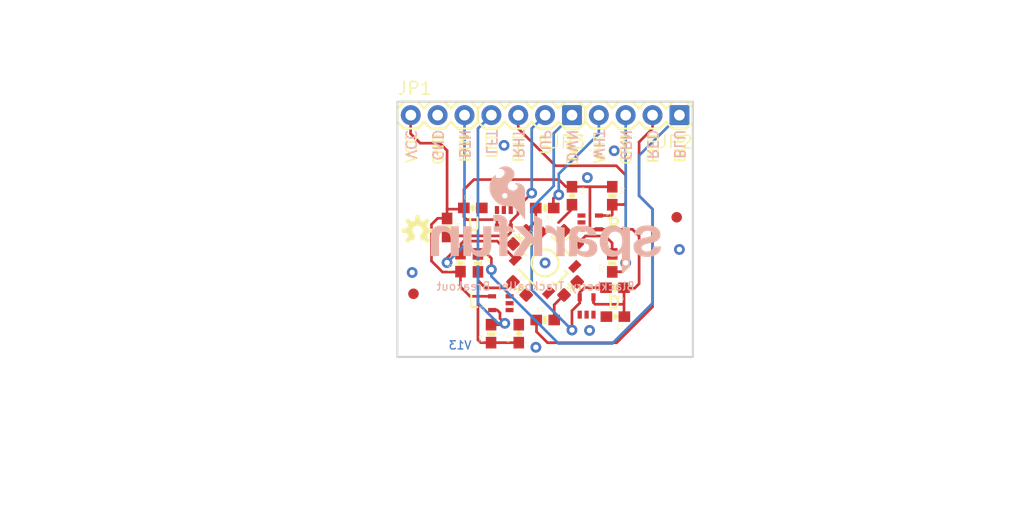
<source format=kicad_pcb>
(kicad_pcb (version 20171130) (host pcbnew 5.1.6-c6e7f7d~86~ubuntu20.04.1)

  (general
    (thickness 1.6)
    (drawings 52)
    (tracks 196)
    (zones 0)
    (modules 35)
    (nets 16)
  )

  (page A4)
  (layers
    (0 Top signal)
    (31 Bottom signal)
    (32 B.Adhes user)
    (33 F.Adhes user)
    (34 B.Paste user)
    (35 F.Paste user)
    (36 B.SilkS user)
    (37 F.SilkS user)
    (38 B.Mask user)
    (39 F.Mask user)
    (40 Dwgs.User user)
    (41 Cmts.User user)
    (42 Eco1.User user)
    (43 Eco2.User user)
    (44 Edge.Cuts user)
    (45 Margin user)
    (46 B.CrtYd user)
    (47 F.CrtYd user)
    (48 B.Fab user)
    (49 F.Fab user)
  )

  (setup
    (last_trace_width 0.25)
    (trace_clearance 0.2)
    (zone_clearance 0.508)
    (zone_45_only no)
    (trace_min 0.2)
    (via_size 0.8)
    (via_drill 0.4)
    (via_min_size 0.4)
    (via_min_drill 0.3)
    (uvia_size 0.3)
    (uvia_drill 0.1)
    (uvias_allowed no)
    (uvia_min_size 0.2)
    (uvia_min_drill 0.1)
    (edge_width 0.05)
    (segment_width 0.2)
    (pcb_text_width 0.3)
    (pcb_text_size 1.5 1.5)
    (mod_edge_width 0.12)
    (mod_text_size 1 1)
    (mod_text_width 0.15)
    (pad_size 1.524 1.524)
    (pad_drill 0.762)
    (pad_to_mask_clearance 0.05)
    (aux_axis_origin 0 0)
    (visible_elements FFFFFF7F)
    (pcbplotparams
      (layerselection 0x010fc_ffffffff)
      (usegerberextensions false)
      (usegerberattributes true)
      (usegerberadvancedattributes true)
      (creategerberjobfile true)
      (excludeedgelayer true)
      (linewidth 0.100000)
      (plotframeref false)
      (viasonmask false)
      (mode 1)
      (useauxorigin false)
      (hpglpennumber 1)
      (hpglpenspeed 20)
      (hpglpendiameter 15.000000)
      (psnegative false)
      (psa4output false)
      (plotreference true)
      (plotvalue true)
      (plotinvisibletext false)
      (padsonsilk false)
      (subtractmaskfromsilk false)
      (outputformat 1)
      (mirror false)
      (drillshape 1)
      (scaleselection 1)
      (outputdirectory ""))
  )

  (net 0 "")
  (net 1 GND)
  (net 2 VCC)
  (net 3 /BTN)
  (net 4 "Net-(D1-PadA)")
  (net 5 "Net-(D2-PadA)")
  (net 6 "Net-(D3-PadA)")
  (net 7 "Net-(D4-PadA)")
  (net 8 /UP)
  (net 9 /DWN)
  (net 10 /LFT)
  (net 11 /RHT)
  (net 12 /WHT)
  (net 13 /GRN)
  (net 14 /RED)
  (net 15 /BLU)

  (net_class Default "This is the default net class."
    (clearance 0.2)
    (trace_width 0.25)
    (via_dia 0.8)
    (via_drill 0.4)
    (uvia_dia 0.3)
    (uvia_drill 0.1)
    (add_net /BLU)
    (add_net /BTN)
    (add_net /DWN)
    (add_net /GRN)
    (add_net /LFT)
    (add_net /RED)
    (add_net /RHT)
    (add_net /UP)
    (add_net /WHT)
    (add_net GND)
    (add_net "Net-(D1-PadA)")
    (add_net "Net-(D2-PadA)")
    (add_net "Net-(D3-PadA)")
    (add_net "Net-(D4-PadA)")
    (add_net VCC)
  )

  (module SparkFun_Blackberry_Trackballer_Breakout_v13:FIDUCIAL-1X2 (layer Top) (tedit 0) (tstamp 5EF474E6)
    (at 160.9471 103.8606 180)
    (path /42AE6DF8)
    (fp_text reference E$1 (at 0 0 180) (layer F.SilkS) hide
      (effects (font (size 1.27 1.27) (thickness 0.15)) (justify right top))
    )
    (fp_text value FIDUCIAL1X2 (at 0 0 180) (layer F.SilkS) hide
      (effects (font (size 1.27 1.27) (thickness 0.15)) (justify right top))
    )
    (pad 1 smd roundrect (at 0 0 180) (size 1 1) (layers Top F.Mask) (roundrect_rratio 0.5)
      (solder_mask_margin 0.1016))
  )

  (module SparkFun_Blackberry_Trackballer_Breakout_v13:FIDUCIAL-1X2 (layer Top) (tedit 0) (tstamp 5EF474EA)
    (at 136.0551 111.0996 180)
    (path /68279115)
    (fp_text reference E$2 (at 0 0 180) (layer F.SilkS) hide
      (effects (font (size 1.27 1.27) (thickness 0.15)) (justify right top))
    )
    (fp_text value FIDUCIAL1X2 (at 0 0 180) (layer F.SilkS) hide
      (effects (font (size 1.27 1.27) (thickness 0.15)) (justify right top))
    )
    (pad 1 smd roundrect (at 0 0 180) (size 1 1) (layers Top F.Mask) (roundrect_rratio 0.5)
      (solder_mask_margin 0.1016))
  )

  (module SparkFun_Blackberry_Trackballer_Breakout_v13:TACTILE_SWITCH_SMD-2 (layer Top) (tedit 0) (tstamp 5EF474EE)
    (at 148.5011 108.1786 135)
    (path /CEBFFD5E)
    (fp_text reference S1 (at -0.889 -1.778 135) (layer F.SilkS)
      (effects (font (size 0.38608 0.38608) (thickness 0.032512)) (justify left bottom))
    )
    (fp_text value SWITCH-MOMENTARY-2SMD-2 (at 0 0 135) (layer F.SilkS) hide
      (effects (font (size 1.27 1.27) (thickness 0.15)))
    )
    (fp_text user >Value (at -0.889 2.032 135) (layer F.Fab)
      (effects (font (size 0.38608 0.38608) (thickness 0.032512)) (justify left bottom))
    )
    (fp_circle (center 0 0) (end 1.27 0) (layer F.SilkS) (width 0.2032))
    (fp_line (start -1.8 0.8) (end -2.2 0.8) (layer F.SilkS) (width 0.2032))
    (fp_line (start -1.8 -0.8) (end -2.2 -0.8) (layer F.SilkS) (width 0.2032))
    (fp_line (start 2.2 0.8) (end 1.8 0.8) (layer F.SilkS) (width 0.2032))
    (fp_line (start 2.2 -0.8) (end 1.8 -0.8) (layer F.SilkS) (width 0.2032))
    (fp_line (start -1.3 2.2) (end 1.3 2.2) (layer F.SilkS) (width 0.2032))
    (fp_line (start 2.2 0.8) (end 2.2 -0.8) (layer F.SilkS) (width 0.2032))
    (fp_line (start 1.3 -2.2) (end -1.3 -2.2) (layer F.SilkS) (width 0.2032))
    (fp_line (start -2.2 -0.8) (end -2.2 0.8) (layer F.SilkS) (width 0.2032))
    (fp_line (start -2.25 2.25) (end -2.25 -2.25) (layer F.Fab) (width 0.127))
    (fp_line (start 2.25 2.25) (end -2.25 2.25) (layer F.Fab) (width 0.127))
    (fp_line (start 2.25 -2.25) (end 2.25 2.25) (layer F.Fab) (width 0.127))
    (fp_line (start -2.25 -2.25) (end 2.25 -2.25) (layer F.Fab) (width 0.127))
    (fp_line (start 1.905 0.23) (end 1.905 1.115) (layer F.Fab) (width 0.127))
    (fp_line (start 1.905 -0.445) (end 2.16 0.01) (layer F.Fab) (width 0.127))
    (fp_line (start 1.905 -1.27) (end 1.905 -0.445) (layer F.Fab) (width 0.127))
    (pad 4 smd rect (at -2.225 -1.75 225) (size 1.1 0.7) (layers Top F.Paste F.Mask)
      (solder_mask_margin 0.1016))
    (pad 3 smd rect (at -2.225 1.75 225) (size 1.1 0.7) (layers Top F.Paste F.Mask)
      (solder_mask_margin 0.1016))
    (pad 2 smd rect (at 2.225 1.75 225) (size 1.1 0.7) (layers Top F.Paste F.Mask)
      (net 1 GND) (solder_mask_margin 0.1016))
    (pad 1 smd rect (at 2.225 -1.75 225) (size 1.1 0.7) (layers Top F.Paste F.Mask)
      (net 3 /BTN) (solder_mask_margin 0.1016))
  )

  (module SparkFun_Blackberry_Trackballer_Breakout_v13:LED-0603 (layer Top) (tedit 0) (tstamp 5EF47506)
    (at 146.0881 110.5916 225)
    (path /D44BA0CE)
    (fp_text reference D1 (at -0.6985 0.889 315) (layer F.SilkS)
      (effects (font (size 0.38608 0.38608) (thickness 0.032512)) (justify left bottom))
    )
    (fp_text value BLU (at 1.0795 1.016 315) (layer F.Fab)
      (effects (font (size 0.38608 0.38608) (thickness 0.032512)) (justify left bottom))
    )
    (fp_line (start -0.0254 -0.1546) (end -0.2184 0.14) (layer F.SilkS) (width 0.2032))
    (fp_line (start 0 -0.17) (end 0.2338 0.14) (layer F.SilkS) (width 0.2032))
    (fp_line (start -0.46 -0.17) (end 0 -0.17) (layer F.SilkS) (width 0.2032))
    (fp_line (start 0.46 -0.17) (end 0 -0.17) (layer F.SilkS) (width 0.2032))
    (pad A smd roundrect (at 0 0.877 225) (size 1 1) (layers Top F.Paste F.Mask) (roundrect_rratio 0.15)
      (net 4 "Net-(D1-PadA)") (solder_mask_margin 0.1016))
    (pad C smd roundrect (at 0 -0.877 225) (size 1 1) (layers Top F.Paste F.Mask) (roundrect_rratio 0.15)
      (net 1 GND) (solder_mask_margin 0.1016))
  )

  (module SparkFun_Blackberry_Trackballer_Breakout_v13:LED-0603 (layer Top) (tedit 0) (tstamp 5EF4750F)
    (at 150.9141 110.5916 315)
    (path /507E52A1)
    (fp_text reference D2 (at -0.6985 0.889 45) (layer F.SilkS)
      (effects (font (size 0.38608 0.38608) (thickness 0.032512)) (justify left bottom))
    )
    (fp_text value RED (at 1.0795 1.016 45) (layer F.Fab)
      (effects (font (size 0.38608 0.38608) (thickness 0.032512)) (justify left bottom))
    )
    (fp_line (start -0.0254 -0.1546) (end -0.2184 0.14) (layer F.SilkS) (width 0.2032))
    (fp_line (start 0 -0.17) (end 0.2338 0.14) (layer F.SilkS) (width 0.2032))
    (fp_line (start -0.46 -0.17) (end 0 -0.17) (layer F.SilkS) (width 0.2032))
    (fp_line (start 0.46 -0.17) (end 0 -0.17) (layer F.SilkS) (width 0.2032))
    (pad A smd roundrect (at 0 0.877 315) (size 1 1) (layers Top F.Paste F.Mask) (roundrect_rratio 0.15)
      (net 5 "Net-(D2-PadA)") (solder_mask_margin 0.1016))
    (pad C smd roundrect (at 0 -0.877 315) (size 1 1) (layers Top F.Paste F.Mask) (roundrect_rratio 0.15)
      (net 1 GND) (solder_mask_margin 0.1016))
  )

  (module SparkFun_Blackberry_Trackballer_Breakout_v13:LED-0603 (layer Top) (tedit 0) (tstamp 5EF47518)
    (at 150.9141 105.7656 45)
    (path /EBAC7F1C)
    (fp_text reference D3 (at -0.6985 0.889 135) (layer F.SilkS)
      (effects (font (size 0.38608 0.38608) (thickness 0.032512)) (justify left bottom))
    )
    (fp_text value GRN (at 1.0795 1.016 135) (layer F.Fab)
      (effects (font (size 0.38608 0.38608) (thickness 0.032512)) (justify left bottom))
    )
    (fp_line (start -0.0254 -0.1546) (end -0.2184 0.14) (layer F.SilkS) (width 0.2032))
    (fp_line (start 0 -0.17) (end 0.2338 0.14) (layer F.SilkS) (width 0.2032))
    (fp_line (start -0.46 -0.17) (end 0 -0.17) (layer F.SilkS) (width 0.2032))
    (fp_line (start 0.46 -0.17) (end 0 -0.17) (layer F.SilkS) (width 0.2032))
    (pad A smd roundrect (at 0 0.877 45) (size 1 1) (layers Top F.Paste F.Mask) (roundrect_rratio 0.15)
      (net 6 "Net-(D3-PadA)") (solder_mask_margin 0.1016))
    (pad C smd roundrect (at 0 -0.877 45) (size 1 1) (layers Top F.Paste F.Mask) (roundrect_rratio 0.15)
      (net 1 GND) (solder_mask_margin 0.1016))
  )

  (module SparkFun_Blackberry_Trackballer_Breakout_v13:LED-0603 (layer Top) (tedit 0) (tstamp 5EF47521)
    (at 146.0881 105.7656 135)
    (path /E592B3F9)
    (fp_text reference D4 (at -0.6985 0.889 225) (layer F.SilkS)
      (effects (font (size 0.38608 0.38608) (thickness 0.032512)) (justify left bottom))
    )
    (fp_text value WHT (at 1.0795 1.016 225) (layer F.Fab)
      (effects (font (size 0.38608 0.38608) (thickness 0.032512)) (justify left bottom))
    )
    (fp_line (start -0.0254 -0.1546) (end -0.2184 0.14) (layer F.SilkS) (width 0.2032))
    (fp_line (start 0 -0.17) (end 0.2338 0.14) (layer F.SilkS) (width 0.2032))
    (fp_line (start -0.46 -0.17) (end 0 -0.17) (layer F.SilkS) (width 0.2032))
    (fp_line (start 0.46 -0.17) (end 0 -0.17) (layer F.SilkS) (width 0.2032))
    (pad A smd roundrect (at 0 0.877 135) (size 1 1) (layers Top F.Paste F.Mask) (roundrect_rratio 0.15)
      (net 7 "Net-(D4-PadA)") (solder_mask_margin 0.1016))
    (pad C smd roundrect (at 0 -0.877 135) (size 1 1) (layers Top F.Paste F.Mask) (roundrect_rratio 0.15)
      (net 1 GND) (solder_mask_margin 0.1016))
  )

  (module SparkFun_Blackberry_Trackballer_Breakout_v13:SC70 (layer Top) (tedit 0) (tstamp 5EF4752A)
    (at 152.426415 112.24895)
    (path /F9562130)
    (fp_text reference U1 (at -0.889 -1.524) (layer F.SilkS)
      (effects (font (size 0.38608 0.38608) (thickness 0.032512)) (justify left bottom))
    )
    (fp_text value HALL-EFFECTSMD (at -0.762 0.254) (layer F.Fab)
      (effects (font (size 0.38608 0.38608) (thickness 0.032512)) (justify left bottom))
    )
    (fp_poly (pts (xy 0.508 1.1684) (xy 0.8382 1.1684) (xy 0.8382 0.4826) (xy 0.508 0.4826)) (layer F.Paste) (width 0))
    (fp_poly (pts (xy -0.1651 1.1684) (xy 0.1651 1.1684) (xy 0.1651 0.4826) (xy -0.1651 0.4826)) (layer F.Paste) (width 0))
    (fp_poly (pts (xy -0.8382 1.1684) (xy -0.508 1.1684) (xy -0.508 0.4826) (xy -0.8382 0.4826)) (layer F.Paste) (width 0))
    (fp_poly (pts (xy 0.45 -0.45) (xy 0.85 -0.45) (xy 0.85 -1.2) (xy 0.45 -1.2)) (layer F.Paste) (width 0))
    (fp_poly (pts (xy -0.85 -0.45) (xy -0.45 -0.45) (xy -0.45 -1.2) (xy -0.85 -1.2)) (layer F.Paste) (width 0))
    (fp_line (start -1 -0.625) (end 1 -0.625) (layer F.Fab) (width 0.127))
    (fp_line (start -1 0.625) (end 1 0.625) (layer F.Fab) (width 0.127))
    (fp_line (start -1 0.625) (end -1 -0.625) (layer F.Fab) (width 0.127))
    (fp_line (start 1 -0.625) (end 1 0.625) (layer F.Fab) (width 0.127))
    (pad 5 smd rect (at -0.65 -0.825) (size 0.4 0.75) (layers Top F.Mask)
      (net 8 /UP) (solder_mask_margin 0.1016))
    (pad 4 smd rect (at 0.65 -0.825) (size 0.4 0.75) (layers Top F.Mask)
      (net 2 VCC) (solder_mask_margin 0.1016))
    (pad 3 smd rect (at 0.65 0.825) (size 0.4 0.75) (layers Top F.Mask)
      (solder_mask_margin 0.1016))
    (pad 2 smd rect (at 0 0.825) (size 0.4 0.75) (layers Top F.Mask)
      (net 1 GND) (solder_mask_margin 0.1016))
    (pad 1 smd rect (at -0.65 0.825) (size 0.4 0.75) (layers Top F.Mask)
      (solder_mask_margin 0.1016))
  )

  (module SparkFun_Blackberry_Trackballer_Breakout_v13:0603-CAP (layer Top) (tedit 0) (tstamp 5EF4753B)
    (at 155.146503 113.2586 180)
    (path /F1C90C04)
    (fp_text reference C1 (at -0.889 -0.762 180) (layer F.SilkS)
      (effects (font (size 0.38608 0.38608) (thickness 0.032512)) (justify right top))
    )
    (fp_text value 0.1uF (at -1.016 1.143 180) (layer F.Fab)
      (effects (font (size 0.38608 0.38608) (thickness 0.032512)) (justify right top))
    )
    (fp_poly (pts (xy -0.1999 0.3) (xy 0.1999 0.3) (xy 0.1999 -0.3) (xy -0.1999 -0.3)) (layer F.Adhes) (width 0))
    (fp_poly (pts (xy 0.3302 0.4699) (xy 0.8303 0.4699) (xy 0.8303 -0.4801) (xy 0.3302 -0.4801)) (layer F.Fab) (width 0))
    (fp_poly (pts (xy -0.8382 0.4699) (xy -0.3381 0.4699) (xy -0.3381 -0.4801) (xy -0.8382 -0.4801)) (layer F.Fab) (width 0))
    (fp_line (start 0 -0.0305) (end 0 0.0305) (layer F.SilkS) (width 0.5588))
    (fp_line (start -0.356 0.419) (end 0.356 0.419) (layer F.Fab) (width 0.1016))
    (fp_line (start -0.356 -0.432) (end 0.356 -0.432) (layer F.Fab) (width 0.1016))
    (fp_line (start -1.473 0.983) (end -1.473 -0.983) (layer Dwgs.User) (width 0.0508))
    (fp_line (start 1.473 0.983) (end -1.473 0.983) (layer Dwgs.User) (width 0.0508))
    (fp_line (start 1.473 -0.983) (end 1.473 0.983) (layer Dwgs.User) (width 0.0508))
    (fp_line (start -1.473 -0.983) (end 1.473 -0.983) (layer Dwgs.User) (width 0.0508))
    (pad 2 smd rect (at 0.85 0 180) (size 1.1 1) (layers Top F.Paste F.Mask)
      (net 1 GND) (solder_mask_margin 0.1016))
    (pad 1 smd rect (at -0.85 0 180) (size 1.1 1) (layers Top F.Paste F.Mask)
      (net 2 VCC) (solder_mask_margin 0.1016))
  )

  (module SparkFun_Blackberry_Trackballer_Breakout_v13:SC70 (layer Top) (tedit 0) (tstamp 5EF4754A)
    (at 144.600931 104.003347 180)
    (path /C2DEB937)
    (fp_text reference U2 (at -0.889 -1.524 180) (layer F.SilkS)
      (effects (font (size 0.38608 0.38608) (thickness 0.032512)) (justify right top))
    )
    (fp_text value HALL-EFFECTSMD (at -0.762 0.254 180) (layer F.Fab)
      (effects (font (size 0.38608 0.38608) (thickness 0.032512)) (justify right top))
    )
    (fp_poly (pts (xy 0.508 1.1684) (xy 0.8382 1.1684) (xy 0.8382 0.4826) (xy 0.508 0.4826)) (layer F.Paste) (width 0))
    (fp_poly (pts (xy -0.1651 1.1684) (xy 0.1651 1.1684) (xy 0.1651 0.4826) (xy -0.1651 0.4826)) (layer F.Paste) (width 0))
    (fp_poly (pts (xy -0.8382 1.1684) (xy -0.508 1.1684) (xy -0.508 0.4826) (xy -0.8382 0.4826)) (layer F.Paste) (width 0))
    (fp_poly (pts (xy 0.45 -0.45) (xy 0.85 -0.45) (xy 0.85 -1.2) (xy 0.45 -1.2)) (layer F.Paste) (width 0))
    (fp_poly (pts (xy -0.85 -0.45) (xy -0.45 -0.45) (xy -0.45 -1.2) (xy -0.85 -1.2)) (layer F.Paste) (width 0))
    (fp_line (start -1 -0.625) (end 1 -0.625) (layer F.Fab) (width 0.127))
    (fp_line (start -1 0.625) (end 1 0.625) (layer F.Fab) (width 0.127))
    (fp_line (start -1 0.625) (end -1 -0.625) (layer F.Fab) (width 0.127))
    (fp_line (start 1 -0.625) (end 1 0.625) (layer F.Fab) (width 0.127))
    (pad 5 smd rect (at -0.65 -0.825 180) (size 0.4 0.75) (layers Top F.Mask)
      (net 9 /DWN) (solder_mask_margin 0.1016))
    (pad 4 smd rect (at 0.65 -0.825 180) (size 0.4 0.75) (layers Top F.Mask)
      (net 2 VCC) (solder_mask_margin 0.1016))
    (pad 3 smd rect (at 0.65 0.825 180) (size 0.4 0.75) (layers Top F.Mask)
      (solder_mask_margin 0.1016))
    (pad 2 smd rect (at 0 0.825 180) (size 0.4 0.75) (layers Top F.Mask)
      (net 1 GND) (solder_mask_margin 0.1016))
    (pad 1 smd rect (at -0.65 0.825 180) (size 0.4 0.75) (layers Top F.Mask)
      (solder_mask_margin 0.1016))
  )

  (module SparkFun_Blackberry_Trackballer_Breakout_v13:SC70 (layer Top) (tedit 0) (tstamp 5EF4755B)
    (at 152.766521 104.352091 270)
    (path /9A04CEE8)
    (fp_text reference U3 (at -0.889 -1.524 270) (layer F.SilkS)
      (effects (font (size 0.38608 0.38608) (thickness 0.032512)) (justify right top))
    )
    (fp_text value HALL-EFFECTSMD (at -0.762 0.254 270) (layer F.Fab)
      (effects (font (size 0.38608 0.38608) (thickness 0.032512)) (justify right top))
    )
    (fp_poly (pts (xy 0.508 1.1684) (xy 0.8382 1.1684) (xy 0.8382 0.4826) (xy 0.508 0.4826)) (layer F.Paste) (width 0))
    (fp_poly (pts (xy -0.1651 1.1684) (xy 0.1651 1.1684) (xy 0.1651 0.4826) (xy -0.1651 0.4826)) (layer F.Paste) (width 0))
    (fp_poly (pts (xy -0.8382 1.1684) (xy -0.508 1.1684) (xy -0.508 0.4826) (xy -0.8382 0.4826)) (layer F.Paste) (width 0))
    (fp_poly (pts (xy 0.45 -0.45) (xy 0.85 -0.45) (xy 0.85 -1.2) (xy 0.45 -1.2)) (layer F.Paste) (width 0))
    (fp_poly (pts (xy -0.85 -0.45) (xy -0.45 -0.45) (xy -0.45 -1.2) (xy -0.85 -1.2)) (layer F.Paste) (width 0))
    (fp_line (start -1 -0.625) (end 1 -0.625) (layer F.Fab) (width 0.127))
    (fp_line (start -1 0.625) (end 1 0.625) (layer F.Fab) (width 0.127))
    (fp_line (start -1 0.625) (end -1 -0.625) (layer F.Fab) (width 0.127))
    (fp_line (start 1 -0.625) (end 1 0.625) (layer F.Fab) (width 0.127))
    (pad 5 smd rect (at -0.65 -0.825 270) (size 0.4 0.75) (layers Top F.Mask)
      (net 10 /LFT) (solder_mask_margin 0.1016))
    (pad 4 smd rect (at 0.65 -0.825 270) (size 0.4 0.75) (layers Top F.Mask)
      (net 2 VCC) (solder_mask_margin 0.1016))
    (pad 3 smd rect (at 0.65 0.825 270) (size 0.4 0.75) (layers Top F.Mask)
      (solder_mask_margin 0.1016))
    (pad 2 smd rect (at 0 0.825 270) (size 0.4 0.75) (layers Top F.Mask)
      (net 1 GND) (solder_mask_margin 0.1016))
    (pad 1 smd rect (at -0.65 0.825 270) (size 0.4 0.75) (layers Top F.Mask)
      (solder_mask_margin 0.1016))
  )

  (module SparkFun_Blackberry_Trackballer_Breakout_v13:SC70 (layer Top) (tedit 0) (tstamp 5EF4756C)
    (at 144.317718 111.9886 90)
    (path /7C57E89D)
    (fp_text reference U4 (at -0.889 -1.524 90) (layer F.SilkS)
      (effects (font (size 0.38608 0.38608) (thickness 0.032512)) (justify left bottom))
    )
    (fp_text value HALL-EFFECTSMD (at -0.762 0.254 90) (layer F.Fab)
      (effects (font (size 0.38608 0.38608) (thickness 0.032512)) (justify left bottom))
    )
    (fp_poly (pts (xy 0.508 1.1684) (xy 0.8382 1.1684) (xy 0.8382 0.4826) (xy 0.508 0.4826)) (layer F.Paste) (width 0))
    (fp_poly (pts (xy -0.1651 1.1684) (xy 0.1651 1.1684) (xy 0.1651 0.4826) (xy -0.1651 0.4826)) (layer F.Paste) (width 0))
    (fp_poly (pts (xy -0.8382 1.1684) (xy -0.508 1.1684) (xy -0.508 0.4826) (xy -0.8382 0.4826)) (layer F.Paste) (width 0))
    (fp_poly (pts (xy 0.45 -0.45) (xy 0.85 -0.45) (xy 0.85 -1.2) (xy 0.45 -1.2)) (layer F.Paste) (width 0))
    (fp_poly (pts (xy -0.85 -0.45) (xy -0.45 -0.45) (xy -0.45 -1.2) (xy -0.85 -1.2)) (layer F.Paste) (width 0))
    (fp_line (start -1 -0.625) (end 1 -0.625) (layer F.Fab) (width 0.127))
    (fp_line (start -1 0.625) (end 1 0.625) (layer F.Fab) (width 0.127))
    (fp_line (start -1 0.625) (end -1 -0.625) (layer F.Fab) (width 0.127))
    (fp_line (start 1 -0.625) (end 1 0.625) (layer F.Fab) (width 0.127))
    (pad 5 smd rect (at -0.65 -0.825 90) (size 0.4 0.75) (layers Top F.Mask)
      (net 11 /RHT) (solder_mask_margin 0.1016))
    (pad 4 smd rect (at 0.65 -0.825 90) (size 0.4 0.75) (layers Top F.Mask)
      (net 2 VCC) (solder_mask_margin 0.1016))
    (pad 3 smd rect (at 0.65 0.825 90) (size 0.4 0.75) (layers Top F.Mask)
      (solder_mask_margin 0.1016))
    (pad 2 smd rect (at 0 0.825 90) (size 0.4 0.75) (layers Top F.Mask)
      (net 1 GND) (solder_mask_margin 0.1016))
    (pad 1 smd rect (at -0.65 0.825 90) (size 0.4 0.75) (layers Top F.Mask)
      (solder_mask_margin 0.1016))
  )

  (module SparkFun_Blackberry_Trackballer_Breakout_v13:0603-CAP (layer Top) (tedit 0) (tstamp 5EF4757D)
    (at 141.666468 102.980494)
    (path /B94C3227)
    (fp_text reference C2 (at -0.889 -0.762) (layer F.SilkS)
      (effects (font (size 0.38608 0.38608) (thickness 0.032512)) (justify left bottom))
    )
    (fp_text value 0.1uF (at -1.016 1.143) (layer F.Fab)
      (effects (font (size 0.38608 0.38608) (thickness 0.032512)) (justify left bottom))
    )
    (fp_poly (pts (xy -0.1999 0.3) (xy 0.1999 0.3) (xy 0.1999 -0.3) (xy -0.1999 -0.3)) (layer F.Adhes) (width 0))
    (fp_poly (pts (xy 0.3302 0.4699) (xy 0.8303 0.4699) (xy 0.8303 -0.4801) (xy 0.3302 -0.4801)) (layer F.Fab) (width 0))
    (fp_poly (pts (xy -0.8382 0.4699) (xy -0.3381 0.4699) (xy -0.3381 -0.4801) (xy -0.8382 -0.4801)) (layer F.Fab) (width 0))
    (fp_line (start 0 -0.0305) (end 0 0.0305) (layer F.SilkS) (width 0.5588))
    (fp_line (start -0.356 0.419) (end 0.356 0.419) (layer F.Fab) (width 0.1016))
    (fp_line (start -0.356 -0.432) (end 0.356 -0.432) (layer F.Fab) (width 0.1016))
    (fp_line (start -1.473 0.983) (end -1.473 -0.983) (layer Dwgs.User) (width 0.0508))
    (fp_line (start 1.473 0.983) (end -1.473 0.983) (layer Dwgs.User) (width 0.0508))
    (fp_line (start 1.473 -0.983) (end 1.473 0.983) (layer Dwgs.User) (width 0.0508))
    (fp_line (start -1.473 -0.983) (end 1.473 -0.983) (layer Dwgs.User) (width 0.0508))
    (pad 2 smd rect (at 0.85 0) (size 1.1 1) (layers Top F.Paste F.Mask)
      (net 1 GND) (solder_mask_margin 0.1016))
    (pad 1 smd rect (at -0.85 0) (size 1.1 1) (layers Top F.Paste F.Mask)
      (net 2 VCC) (solder_mask_margin 0.1016))
  )

  (module SparkFun_Blackberry_Trackballer_Breakout_v13:0603-CAP (layer Top) (tedit 0) (tstamp 5EF4758C)
    (at 151.0411 101.8286 270)
    (path /DAA3AADF)
    (fp_text reference C3 (at -0.889 -0.762 270) (layer F.SilkS)
      (effects (font (size 0.38608 0.38608) (thickness 0.032512)) (justify right top))
    )
    (fp_text value 0.1uF (at -1.016 1.143 270) (layer F.Fab)
      (effects (font (size 0.38608 0.38608) (thickness 0.032512)) (justify right top))
    )
    (fp_poly (pts (xy -0.1999 0.3) (xy 0.1999 0.3) (xy 0.1999 -0.3) (xy -0.1999 -0.3)) (layer F.Adhes) (width 0))
    (fp_poly (pts (xy 0.3302 0.4699) (xy 0.8303 0.4699) (xy 0.8303 -0.4801) (xy 0.3302 -0.4801)) (layer F.Fab) (width 0))
    (fp_poly (pts (xy -0.8382 0.4699) (xy -0.3381 0.4699) (xy -0.3381 -0.4801) (xy -0.8382 -0.4801)) (layer F.Fab) (width 0))
    (fp_line (start 0 -0.0305) (end 0 0.0305) (layer F.SilkS) (width 0.5588))
    (fp_line (start -0.356 0.419) (end 0.356 0.419) (layer F.Fab) (width 0.1016))
    (fp_line (start -0.356 -0.432) (end 0.356 -0.432) (layer F.Fab) (width 0.1016))
    (fp_line (start -1.473 0.983) (end -1.473 -0.983) (layer Dwgs.User) (width 0.0508))
    (fp_line (start 1.473 0.983) (end -1.473 0.983) (layer Dwgs.User) (width 0.0508))
    (fp_line (start 1.473 -0.983) (end 1.473 0.983) (layer Dwgs.User) (width 0.0508))
    (fp_line (start -1.473 -0.983) (end 1.473 -0.983) (layer Dwgs.User) (width 0.0508))
    (pad 2 smd rect (at 0.85 0 270) (size 1.1 1) (layers Top F.Paste F.Mask)
      (net 1 GND) (solder_mask_margin 0.1016))
    (pad 1 smd rect (at -0.85 0 270) (size 1.1 1) (layers Top F.Paste F.Mask)
      (net 2 VCC) (solder_mask_margin 0.1016))
  )

  (module SparkFun_Blackberry_Trackballer_Breakout_v13:0603-CAP (layer Top) (tedit 0) (tstamp 5EF4759B)
    (at 146.012153 114.869469 90)
    (path /F80B1965)
    (fp_text reference C4 (at -0.889 -0.762 90) (layer F.SilkS)
      (effects (font (size 0.38608 0.38608) (thickness 0.032512)) (justify left bottom))
    )
    (fp_text value 0.1uF (at -1.016 1.143 90) (layer F.Fab)
      (effects (font (size 0.38608 0.38608) (thickness 0.032512)) (justify left bottom))
    )
    (fp_poly (pts (xy -0.1999 0.3) (xy 0.1999 0.3) (xy 0.1999 -0.3) (xy -0.1999 -0.3)) (layer F.Adhes) (width 0))
    (fp_poly (pts (xy 0.3302 0.4699) (xy 0.8303 0.4699) (xy 0.8303 -0.4801) (xy 0.3302 -0.4801)) (layer F.Fab) (width 0))
    (fp_poly (pts (xy -0.8382 0.4699) (xy -0.3381 0.4699) (xy -0.3381 -0.4801) (xy -0.8382 -0.4801)) (layer F.Fab) (width 0))
    (fp_line (start 0 -0.0305) (end 0 0.0305) (layer F.SilkS) (width 0.5588))
    (fp_line (start -0.356 0.419) (end 0.356 0.419) (layer F.Fab) (width 0.1016))
    (fp_line (start -0.356 -0.432) (end 0.356 -0.432) (layer F.Fab) (width 0.1016))
    (fp_line (start -1.473 0.983) (end -1.473 -0.983) (layer Dwgs.User) (width 0.0508))
    (fp_line (start 1.473 0.983) (end -1.473 0.983) (layer Dwgs.User) (width 0.0508))
    (fp_line (start 1.473 -0.983) (end 1.473 0.983) (layer Dwgs.User) (width 0.0508))
    (fp_line (start -1.473 -0.983) (end 1.473 -0.983) (layer Dwgs.User) (width 0.0508))
    (pad 2 smd rect (at 0.85 0 90) (size 1.1 1) (layers Top F.Paste F.Mask)
      (net 1 GND) (solder_mask_margin 0.1016))
    (pad 1 smd rect (at -0.85 0 90) (size 1.1 1) (layers Top F.Paste F.Mask)
      (net 2 VCC) (solder_mask_margin 0.1016))
  )

  (module SparkFun_Blackberry_Trackballer_Breakout_v13:0603-RES (layer Top) (tedit 0) (tstamp 5EF475AA)
    (at 148.466809 102.990394 180)
    (path /68FCF699)
    (fp_text reference R1 (at -0.889 -0.762 180) (layer F.SilkS)
      (effects (font (size 0.38608 0.38608) (thickness 0.032512)) (justify right top))
    )
    (fp_text value 180 (at -1.016 1.143 180) (layer F.Fab)
      (effects (font (size 0.38608 0.38608) (thickness 0.032512)) (justify right top))
    )
    (fp_poly (pts (xy -0.2286 0.381) (xy 0.2286 0.381) (xy 0.2286 -0.381) (xy -0.2286 -0.381)) (layer F.SilkS) (width 0))
    (fp_poly (pts (xy -0.1999 0.3) (xy 0.1999 0.3) (xy 0.1999 -0.3) (xy -0.1999 -0.3)) (layer F.Adhes) (width 0))
    (fp_poly (pts (xy 0.3302 0.4699) (xy 0.8303 0.4699) (xy 0.8303 -0.4801) (xy 0.3302 -0.4801)) (layer F.Fab) (width 0))
    (fp_poly (pts (xy -0.8382 0.4699) (xy -0.3381 0.4699) (xy -0.3381 -0.4801) (xy -0.8382 -0.4801)) (layer F.Fab) (width 0))
    (fp_line (start -0.356 0.419) (end 0.356 0.419) (layer F.Fab) (width 0.1016))
    (fp_line (start -0.356 -0.432) (end 0.356 -0.432) (layer F.Fab) (width 0.1016))
    (fp_line (start -1.473 0.983) (end -1.473 -0.983) (layer Dwgs.User) (width 0.0508))
    (fp_line (start 1.473 0.983) (end -1.473 0.983) (layer Dwgs.User) (width 0.0508))
    (fp_line (start 1.473 -0.983) (end 1.473 0.983) (layer Dwgs.User) (width 0.0508))
    (fp_line (start -1.473 -0.983) (end 1.473 -0.983) (layer Dwgs.User) (width 0.0508))
    (pad 2 smd rect (at 0.85 0 180) (size 1.1 1) (layers Top F.Paste F.Mask)
      (net 7 "Net-(D4-PadA)") (solder_mask_margin 0.1016))
    (pad 1 smd rect (at -0.85 0 180) (size 1.1 1) (layers Top F.Paste F.Mask)
      (net 12 /WHT) (solder_mask_margin 0.1016))
  )

  (module SparkFun_Blackberry_Trackballer_Breakout_v13:0603-RES (layer Top) (tedit 0) (tstamp 5EF475B9)
    (at 154.8511 108.1786 90)
    (path /50FAC40C)
    (fp_text reference R2 (at -0.889 -0.762 90) (layer F.SilkS)
      (effects (font (size 0.38608 0.38608) (thickness 0.032512)) (justify left bottom))
    )
    (fp_text value 180 (at -1.016 1.143 90) (layer F.Fab)
      (effects (font (size 0.38608 0.38608) (thickness 0.032512)) (justify left bottom))
    )
    (fp_poly (pts (xy -0.2286 0.381) (xy 0.2286 0.381) (xy 0.2286 -0.381) (xy -0.2286 -0.381)) (layer F.SilkS) (width 0))
    (fp_poly (pts (xy -0.1999 0.3) (xy 0.1999 0.3) (xy 0.1999 -0.3) (xy -0.1999 -0.3)) (layer F.Adhes) (width 0))
    (fp_poly (pts (xy 0.3302 0.4699) (xy 0.8303 0.4699) (xy 0.8303 -0.4801) (xy 0.3302 -0.4801)) (layer F.Fab) (width 0))
    (fp_poly (pts (xy -0.8382 0.4699) (xy -0.3381 0.4699) (xy -0.3381 -0.4801) (xy -0.8382 -0.4801)) (layer F.Fab) (width 0))
    (fp_line (start -0.356 0.419) (end 0.356 0.419) (layer F.Fab) (width 0.1016))
    (fp_line (start -0.356 -0.432) (end 0.356 -0.432) (layer F.Fab) (width 0.1016))
    (fp_line (start -1.473 0.983) (end -1.473 -0.983) (layer Dwgs.User) (width 0.0508))
    (fp_line (start 1.473 0.983) (end -1.473 0.983) (layer Dwgs.User) (width 0.0508))
    (fp_line (start 1.473 -0.983) (end 1.473 0.983) (layer Dwgs.User) (width 0.0508))
    (fp_line (start -1.473 -0.983) (end 1.473 -0.983) (layer Dwgs.User) (width 0.0508))
    (pad 2 smd rect (at 0.85 0 90) (size 1.1 1) (layers Top F.Paste F.Mask)
      (net 6 "Net-(D3-PadA)") (solder_mask_margin 0.1016))
    (pad 1 smd rect (at -0.85 0 90) (size 1.1 1) (layers Top F.Paste F.Mask)
      (net 13 /GRN) (solder_mask_margin 0.1016))
  )

  (module SparkFun_Blackberry_Trackballer_Breakout_v13:0603-RES (layer Top) (tedit 0) (tstamp 5EF475C8)
    (at 148.513037 113.578132)
    (path /F74403C7)
    (fp_text reference R3 (at -0.889 -0.762) (layer F.SilkS)
      (effects (font (size 0.38608 0.38608) (thickness 0.032512)) (justify left bottom))
    )
    (fp_text value 180 (at -1.016 1.143) (layer F.Fab)
      (effects (font (size 0.38608 0.38608) (thickness 0.032512)) (justify left bottom))
    )
    (fp_poly (pts (xy -0.2286 0.381) (xy 0.2286 0.381) (xy 0.2286 -0.381) (xy -0.2286 -0.381)) (layer F.SilkS) (width 0))
    (fp_poly (pts (xy -0.1999 0.3) (xy 0.1999 0.3) (xy 0.1999 -0.3) (xy -0.1999 -0.3)) (layer F.Adhes) (width 0))
    (fp_poly (pts (xy 0.3302 0.4699) (xy 0.8303 0.4699) (xy 0.8303 -0.4801) (xy 0.3302 -0.4801)) (layer F.Fab) (width 0))
    (fp_poly (pts (xy -0.8382 0.4699) (xy -0.3381 0.4699) (xy -0.3381 -0.4801) (xy -0.8382 -0.4801)) (layer F.Fab) (width 0))
    (fp_line (start -0.356 0.419) (end 0.356 0.419) (layer F.Fab) (width 0.1016))
    (fp_line (start -0.356 -0.432) (end 0.356 -0.432) (layer F.Fab) (width 0.1016))
    (fp_line (start -1.473 0.983) (end -1.473 -0.983) (layer Dwgs.User) (width 0.0508))
    (fp_line (start 1.473 0.983) (end -1.473 0.983) (layer Dwgs.User) (width 0.0508))
    (fp_line (start 1.473 -0.983) (end 1.473 0.983) (layer Dwgs.User) (width 0.0508))
    (fp_line (start -1.473 -0.983) (end 1.473 -0.983) (layer Dwgs.User) (width 0.0508))
    (pad 2 smd rect (at 0.85 0) (size 1.1 1) (layers Top F.Paste F.Mask)
      (net 5 "Net-(D2-PadA)") (solder_mask_margin 0.1016))
    (pad 1 smd rect (at -0.85 0) (size 1.1 1) (layers Top F.Paste F.Mask)
      (net 14 /RED) (solder_mask_margin 0.1016))
  )

  (module SparkFun_Blackberry_Trackballer_Breakout_v13:0603-RES (layer Top) (tedit 0) (tstamp 5EF475D7)
    (at 142.1511 108.1786 270)
    (path /499A001E)
    (fp_text reference R4 (at -0.889 -0.762 270) (layer F.SilkS)
      (effects (font (size 0.38608 0.38608) (thickness 0.032512)) (justify right top))
    )
    (fp_text value 180 (at -1.016 1.143 270) (layer F.Fab)
      (effects (font (size 0.38608 0.38608) (thickness 0.032512)) (justify right top))
    )
    (fp_poly (pts (xy -0.2286 0.381) (xy 0.2286 0.381) (xy 0.2286 -0.381) (xy -0.2286 -0.381)) (layer F.SilkS) (width 0))
    (fp_poly (pts (xy -0.1999 0.3) (xy 0.1999 0.3) (xy 0.1999 -0.3) (xy -0.1999 -0.3)) (layer F.Adhes) (width 0))
    (fp_poly (pts (xy 0.3302 0.4699) (xy 0.8303 0.4699) (xy 0.8303 -0.4801) (xy 0.3302 -0.4801)) (layer F.Fab) (width 0))
    (fp_poly (pts (xy -0.8382 0.4699) (xy -0.3381 0.4699) (xy -0.3381 -0.4801) (xy -0.8382 -0.4801)) (layer F.Fab) (width 0))
    (fp_line (start -0.356 0.419) (end 0.356 0.419) (layer F.Fab) (width 0.1016))
    (fp_line (start -0.356 -0.432) (end 0.356 -0.432) (layer F.Fab) (width 0.1016))
    (fp_line (start -1.473 0.983) (end -1.473 -0.983) (layer Dwgs.User) (width 0.0508))
    (fp_line (start 1.473 0.983) (end -1.473 0.983) (layer Dwgs.User) (width 0.0508))
    (fp_line (start 1.473 -0.983) (end 1.473 0.983) (layer Dwgs.User) (width 0.0508))
    (fp_line (start -1.473 -0.983) (end 1.473 -0.983) (layer Dwgs.User) (width 0.0508))
    (pad 2 smd rect (at 0.85 0 270) (size 1.1 1) (layers Top F.Paste F.Mask)
      (net 4 "Net-(D1-PadA)") (solder_mask_margin 0.1016))
    (pad 1 smd rect (at -0.85 0 270) (size 1.1 1) (layers Top F.Paste F.Mask)
      (net 15 /BLU) (solder_mask_margin 0.1016))
  )

  (module SparkFun_Blackberry_Trackballer_Breakout_v13:0603-RES (layer Top) (tedit 0) (tstamp 5EF475E6)
    (at 140.5001 108.1532 90)
    (path /F256FF88)
    (fp_text reference R5 (at -0.889 -0.762 90) (layer F.SilkS)
      (effects (font (size 0.38608 0.38608) (thickness 0.032512)) (justify left bottom))
    )
    (fp_text value 10K (at -1.016 1.143 90) (layer F.Fab)
      (effects (font (size 0.38608 0.38608) (thickness 0.032512)) (justify left bottom))
    )
    (fp_poly (pts (xy -0.2286 0.381) (xy 0.2286 0.381) (xy 0.2286 -0.381) (xy -0.2286 -0.381)) (layer F.SilkS) (width 0))
    (fp_poly (pts (xy -0.1999 0.3) (xy 0.1999 0.3) (xy 0.1999 -0.3) (xy -0.1999 -0.3)) (layer F.Adhes) (width 0))
    (fp_poly (pts (xy 0.3302 0.4699) (xy 0.8303 0.4699) (xy 0.8303 -0.4801) (xy 0.3302 -0.4801)) (layer F.Fab) (width 0))
    (fp_poly (pts (xy -0.8382 0.4699) (xy -0.3381 0.4699) (xy -0.3381 -0.4801) (xy -0.8382 -0.4801)) (layer F.Fab) (width 0))
    (fp_line (start -0.356 0.419) (end 0.356 0.419) (layer F.Fab) (width 0.1016))
    (fp_line (start -0.356 -0.432) (end 0.356 -0.432) (layer F.Fab) (width 0.1016))
    (fp_line (start -1.473 0.983) (end -1.473 -0.983) (layer Dwgs.User) (width 0.0508))
    (fp_line (start 1.473 0.983) (end -1.473 0.983) (layer Dwgs.User) (width 0.0508))
    (fp_line (start 1.473 -0.983) (end 1.473 0.983) (layer Dwgs.User) (width 0.0508))
    (fp_line (start -1.473 -0.983) (end 1.473 -0.983) (layer Dwgs.User) (width 0.0508))
    (pad 2 smd rect (at 0.85 0 90) (size 1.1 1) (layers Top F.Paste F.Mask)
      (net 3 /BTN) (solder_mask_margin 0.1016))
    (pad 1 smd rect (at -0.85 0 90) (size 1.1 1) (layers Top F.Paste F.Mask)
      (net 2 VCC) (solder_mask_margin 0.1016))
  )

  (module SparkFun_Blackberry_Trackballer_Breakout_v13:0603-RES (layer Top) (tedit 0) (tstamp 5EF475F5)
    (at 155.11094 110.529369 180)
    (path /63D5FDD5)
    (fp_text reference R6 (at -0.889 -0.762 180) (layer F.SilkS)
      (effects (font (size 0.38608 0.38608) (thickness 0.032512)) (justify right top))
    )
    (fp_text value 10K (at -1.016 1.143 180) (layer F.Fab)
      (effects (font (size 0.38608 0.38608) (thickness 0.032512)) (justify right top))
    )
    (fp_poly (pts (xy -0.2286 0.381) (xy 0.2286 0.381) (xy 0.2286 -0.381) (xy -0.2286 -0.381)) (layer F.SilkS) (width 0))
    (fp_poly (pts (xy -0.1999 0.3) (xy 0.1999 0.3) (xy 0.1999 -0.3) (xy -0.1999 -0.3)) (layer F.Adhes) (width 0))
    (fp_poly (pts (xy 0.3302 0.4699) (xy 0.8303 0.4699) (xy 0.8303 -0.4801) (xy 0.3302 -0.4801)) (layer F.Fab) (width 0))
    (fp_poly (pts (xy -0.8382 0.4699) (xy -0.3381 0.4699) (xy -0.3381 -0.4801) (xy -0.8382 -0.4801)) (layer F.Fab) (width 0))
    (fp_line (start -0.356 0.419) (end 0.356 0.419) (layer F.Fab) (width 0.1016))
    (fp_line (start -0.356 -0.432) (end 0.356 -0.432) (layer F.Fab) (width 0.1016))
    (fp_line (start -1.473 0.983) (end -1.473 -0.983) (layer Dwgs.User) (width 0.0508))
    (fp_line (start 1.473 0.983) (end -1.473 0.983) (layer Dwgs.User) (width 0.0508))
    (fp_line (start 1.473 -0.983) (end 1.473 0.983) (layer Dwgs.User) (width 0.0508))
    (fp_line (start -1.473 -0.983) (end 1.473 -0.983) (layer Dwgs.User) (width 0.0508))
    (pad 2 smd rect (at 0.85 0 180) (size 1.1 1) (layers Top F.Paste F.Mask)
      (net 8 /UP) (solder_mask_margin 0.1016))
    (pad 1 smd rect (at -0.85 0 180) (size 1.1 1) (layers Top F.Paste F.Mask)
      (net 2 VCC) (solder_mask_margin 0.1016))
  )

  (module SparkFun_Blackberry_Trackballer_Breakout_v13:0603-RES (layer Top) (tedit 0) (tstamp 5EF47604)
    (at 139.233403 104.830625 270)
    (path /99333350)
    (fp_text reference R7 (at -0.889 -0.762 270) (layer F.SilkS)
      (effects (font (size 0.38608 0.38608) (thickness 0.032512)) (justify right top))
    )
    (fp_text value 10K (at -1.016 1.143 270) (layer F.Fab)
      (effects (font (size 0.38608 0.38608) (thickness 0.032512)) (justify right top))
    )
    (fp_poly (pts (xy -0.2286 0.381) (xy 0.2286 0.381) (xy 0.2286 -0.381) (xy -0.2286 -0.381)) (layer F.SilkS) (width 0))
    (fp_poly (pts (xy -0.1999 0.3) (xy 0.1999 0.3) (xy 0.1999 -0.3) (xy -0.1999 -0.3)) (layer F.Adhes) (width 0))
    (fp_poly (pts (xy 0.3302 0.4699) (xy 0.8303 0.4699) (xy 0.8303 -0.4801) (xy 0.3302 -0.4801)) (layer F.Fab) (width 0))
    (fp_poly (pts (xy -0.8382 0.4699) (xy -0.3381 0.4699) (xy -0.3381 -0.4801) (xy -0.8382 -0.4801)) (layer F.Fab) (width 0))
    (fp_line (start -0.356 0.419) (end 0.356 0.419) (layer F.Fab) (width 0.1016))
    (fp_line (start -0.356 -0.432) (end 0.356 -0.432) (layer F.Fab) (width 0.1016))
    (fp_line (start -1.473 0.983) (end -1.473 -0.983) (layer Dwgs.User) (width 0.0508))
    (fp_line (start 1.473 0.983) (end -1.473 0.983) (layer Dwgs.User) (width 0.0508))
    (fp_line (start 1.473 -0.983) (end 1.473 0.983) (layer Dwgs.User) (width 0.0508))
    (fp_line (start -1.473 -0.983) (end 1.473 -0.983) (layer Dwgs.User) (width 0.0508))
    (pad 2 smd rect (at 0.85 0 270) (size 1.1 1) (layers Top F.Paste F.Mask)
      (net 9 /DWN) (solder_mask_margin 0.1016))
    (pad 1 smd rect (at -0.85 0 270) (size 1.1 1) (layers Top F.Paste F.Mask)
      (net 2 VCC) (solder_mask_margin 0.1016))
  )

  (module SparkFun_Blackberry_Trackballer_Breakout_v13:0603-RES (layer Top) (tedit 0) (tstamp 5EF47613)
    (at 154.8511 101.8286 270)
    (path /B4E26408)
    (fp_text reference R8 (at -0.889 -0.762 270) (layer F.SilkS)
      (effects (font (size 0.38608 0.38608) (thickness 0.032512)) (justify right top))
    )
    (fp_text value 10K (at -1.016 1.143 270) (layer F.Fab)
      (effects (font (size 0.38608 0.38608) (thickness 0.032512)) (justify right top))
    )
    (fp_poly (pts (xy -0.2286 0.381) (xy 0.2286 0.381) (xy 0.2286 -0.381) (xy -0.2286 -0.381)) (layer F.SilkS) (width 0))
    (fp_poly (pts (xy -0.1999 0.3) (xy 0.1999 0.3) (xy 0.1999 -0.3) (xy -0.1999 -0.3)) (layer F.Adhes) (width 0))
    (fp_poly (pts (xy 0.3302 0.4699) (xy 0.8303 0.4699) (xy 0.8303 -0.4801) (xy 0.3302 -0.4801)) (layer F.Fab) (width 0))
    (fp_poly (pts (xy -0.8382 0.4699) (xy -0.3381 0.4699) (xy -0.3381 -0.4801) (xy -0.8382 -0.4801)) (layer F.Fab) (width 0))
    (fp_line (start -0.356 0.419) (end 0.356 0.419) (layer F.Fab) (width 0.1016))
    (fp_line (start -0.356 -0.432) (end 0.356 -0.432) (layer F.Fab) (width 0.1016))
    (fp_line (start -1.473 0.983) (end -1.473 -0.983) (layer Dwgs.User) (width 0.0508))
    (fp_line (start 1.473 0.983) (end -1.473 0.983) (layer Dwgs.User) (width 0.0508))
    (fp_line (start 1.473 -0.983) (end 1.473 0.983) (layer Dwgs.User) (width 0.0508))
    (fp_line (start -1.473 -0.983) (end 1.473 -0.983) (layer Dwgs.User) (width 0.0508))
    (pad 2 smd rect (at 0.85 0 270) (size 1.1 1) (layers Top F.Paste F.Mask)
      (net 10 /LFT) (solder_mask_margin 0.1016))
    (pad 1 smd rect (at -0.85 0 270) (size 1.1 1) (layers Top F.Paste F.Mask)
      (net 2 VCC) (solder_mask_margin 0.1016))
  )

  (module SparkFun_Blackberry_Trackballer_Breakout_v13:0603-RES (layer Top) (tedit 0) (tstamp 5EF47622)
    (at 143.390618 114.869722 90)
    (path /A8D07F15)
    (fp_text reference R9 (at -0.889 -0.6985 90) (layer F.SilkS)
      (effects (font (size 0.38608 0.38608) (thickness 0.030886)) (justify left bottom))
    )
    (fp_text value 10K (at -1.0795 1.143 90) (layer F.Fab)
      (effects (font (size 0.38608 0.38608) (thickness 0.030886)) (justify left bottom))
    )
    (fp_poly (pts (xy -0.2286 0.381) (xy 0.2286 0.381) (xy 0.2286 -0.381) (xy -0.2286 -0.381)) (layer F.SilkS) (width 0))
    (fp_poly (pts (xy -0.1999 0.3) (xy 0.1999 0.3) (xy 0.1999 -0.3) (xy -0.1999 -0.3)) (layer F.Adhes) (width 0))
    (fp_poly (pts (xy 0.3302 0.4699) (xy 0.8303 0.4699) (xy 0.8303 -0.4801) (xy 0.3302 -0.4801)) (layer F.Fab) (width 0))
    (fp_poly (pts (xy -0.8382 0.4699) (xy -0.3381 0.4699) (xy -0.3381 -0.4801) (xy -0.8382 -0.4801)) (layer F.Fab) (width 0))
    (fp_line (start -0.356 0.419) (end 0.356 0.419) (layer F.Fab) (width 0.1016))
    (fp_line (start -0.356 -0.432) (end 0.356 -0.432) (layer F.Fab) (width 0.1016))
    (fp_line (start -1.473 0.983) (end -1.473 -0.983) (layer Dwgs.User) (width 0.0508))
    (fp_line (start 1.473 0.983) (end -1.473 0.983) (layer Dwgs.User) (width 0.0508))
    (fp_line (start 1.473 -0.983) (end 1.473 0.983) (layer Dwgs.User) (width 0.0508))
    (fp_line (start -1.473 -0.983) (end 1.473 -0.983) (layer Dwgs.User) (width 0.0508))
    (pad 2 smd rect (at 0.85 0 90) (size 1.1 1) (layers Top F.Paste F.Mask)
      (net 11 /RHT) (solder_mask_margin 0.1016))
    (pad 1 smd rect (at -0.85 0 90) (size 1.1 1) (layers Top F.Paste F.Mask)
      (net 2 VCC) (solder_mask_margin 0.1016))
  )

  (module SparkFun_Blackberry_Trackballer_Breakout_v13:1X04 (layer Top) (tedit 0) (tstamp 5EF47631)
    (at 151.0411 94.2086 180)
    (path /ACD8E5B6)
    (fp_text reference JP3 (at -1.3462 -1.8288 180) (layer F.SilkS)
      (effects (font (size 1.2065 1.2065) (thickness 0.127)) (justify right top))
    )
    (fp_text value M04PTH (at -1.27 3.175 180) (layer F.Fab)
      (effects (font (size 1.2065 1.2065) (thickness 0.1016)) (justify right top))
    )
    (fp_poly (pts (xy -0.254 0.254) (xy 0.254 0.254) (xy 0.254 -0.254) (xy -0.254 -0.254)) (layer F.Fab) (width 0))
    (fp_poly (pts (xy 2.286 0.254) (xy 2.794 0.254) (xy 2.794 -0.254) (xy 2.286 -0.254)) (layer F.Fab) (width 0))
    (fp_poly (pts (xy 4.826 0.254) (xy 5.334 0.254) (xy 5.334 -0.254) (xy 4.826 -0.254)) (layer F.Fab) (width 0))
    (fp_poly (pts (xy 7.366 0.254) (xy 7.874 0.254) (xy 7.874 -0.254) (xy 7.366 -0.254)) (layer F.Fab) (width 0))
    (fp_line (start 8.89 -0.635) (end 8.89 0.635) (layer F.SilkS) (width 0.2032))
    (fp_line (start 0.635 1.27) (end -0.635 1.27) (layer F.SilkS) (width 0.2032))
    (fp_line (start -1.27 0.635) (end -0.635 1.27) (layer F.SilkS) (width 0.2032))
    (fp_line (start -0.635 -1.27) (end -1.27 -0.635) (layer F.SilkS) (width 0.2032))
    (fp_line (start -1.27 -0.635) (end -1.27 0.635) (layer F.SilkS) (width 0.2032))
    (fp_line (start 1.905 1.27) (end 1.27 0.635) (layer F.SilkS) (width 0.2032))
    (fp_line (start 3.175 1.27) (end 1.905 1.27) (layer F.SilkS) (width 0.2032))
    (fp_line (start 3.81 0.635) (end 3.175 1.27) (layer F.SilkS) (width 0.2032))
    (fp_line (start 3.175 -1.27) (end 3.81 -0.635) (layer F.SilkS) (width 0.2032))
    (fp_line (start 1.905 -1.27) (end 3.175 -1.27) (layer F.SilkS) (width 0.2032))
    (fp_line (start 1.27 -0.635) (end 1.905 -1.27) (layer F.SilkS) (width 0.2032))
    (fp_line (start 1.27 0.635) (end 0.635 1.27) (layer F.SilkS) (width 0.2032))
    (fp_line (start 0.635 -1.27) (end 1.27 -0.635) (layer F.SilkS) (width 0.2032))
    (fp_line (start -0.635 -1.27) (end 0.635 -1.27) (layer F.SilkS) (width 0.2032))
    (fp_line (start 8.255 1.27) (end 6.985 1.27) (layer F.SilkS) (width 0.2032))
    (fp_line (start 6.35 0.635) (end 6.985 1.27) (layer F.SilkS) (width 0.2032))
    (fp_line (start 6.985 -1.27) (end 6.35 -0.635) (layer F.SilkS) (width 0.2032))
    (fp_line (start 4.445 1.27) (end 3.81 0.635) (layer F.SilkS) (width 0.2032))
    (fp_line (start 5.715 1.27) (end 4.445 1.27) (layer F.SilkS) (width 0.2032))
    (fp_line (start 6.35 0.635) (end 5.715 1.27) (layer F.SilkS) (width 0.2032))
    (fp_line (start 5.715 -1.27) (end 6.35 -0.635) (layer F.SilkS) (width 0.2032))
    (fp_line (start 4.445 -1.27) (end 5.715 -1.27) (layer F.SilkS) (width 0.2032))
    (fp_line (start 3.81 -0.635) (end 4.445 -1.27) (layer F.SilkS) (width 0.2032))
    (fp_line (start 8.89 0.635) (end 8.255 1.27) (layer F.SilkS) (width 0.2032))
    (fp_line (start 8.255 -1.27) (end 8.89 -0.635) (layer F.SilkS) (width 0.2032))
    (fp_line (start 6.985 -1.27) (end 8.255 -1.27) (layer F.SilkS) (width 0.2032))
    (pad 4 thru_hole circle (at 7.62 0 270) (size 1.8796 1.8796) (drill 1.016) (layers *.Cu *.Mask)
      (net 11 /RHT) (solder_mask_margin 0.1016))
    (pad 3 thru_hole circle (at 5.08 0 270) (size 1.8796 1.8796) (drill 1.016) (layers *.Cu *.Mask)
      (net 10 /LFT) (solder_mask_margin 0.1016))
    (pad 2 thru_hole circle (at 2.54 0 270) (size 1.8796 1.8796) (drill 1.016) (layers *.Cu *.Mask)
      (net 9 /DWN) (solder_mask_margin 0.1016))
    (pad 1 thru_hole rect (at 0 0 270) (size 1.8796 1.8796) (drill 1.016) (layers *.Cu *.Mask)
      (net 8 /UP) (solder_mask_margin 0.1016))
  )

  (module SparkFun_Blackberry_Trackballer_Breakout_v13:1X04 (layer Top) (tedit 0) (tstamp 5EF47656)
    (at 161.2011 94.2086 180)
    (path /FA93C76E)
    (fp_text reference JP2 (at -1.3462 -1.8288 180) (layer F.SilkS)
      (effects (font (size 1.2065 1.2065) (thickness 0.127)) (justify right top))
    )
    (fp_text value M04PTH (at -1.27 3.175 180) (layer F.Fab)
      (effects (font (size 1.2065 1.2065) (thickness 0.1016)) (justify right top))
    )
    (fp_poly (pts (xy -0.254 0.254) (xy 0.254 0.254) (xy 0.254 -0.254) (xy -0.254 -0.254)) (layer F.Fab) (width 0))
    (fp_poly (pts (xy 2.286 0.254) (xy 2.794 0.254) (xy 2.794 -0.254) (xy 2.286 -0.254)) (layer F.Fab) (width 0))
    (fp_poly (pts (xy 4.826 0.254) (xy 5.334 0.254) (xy 5.334 -0.254) (xy 4.826 -0.254)) (layer F.Fab) (width 0))
    (fp_poly (pts (xy 7.366 0.254) (xy 7.874 0.254) (xy 7.874 -0.254) (xy 7.366 -0.254)) (layer F.Fab) (width 0))
    (fp_line (start 8.89 -0.635) (end 8.89 0.635) (layer F.SilkS) (width 0.2032))
    (fp_line (start 0.635 1.27) (end -0.635 1.27) (layer F.SilkS) (width 0.2032))
    (fp_line (start -1.27 0.635) (end -0.635 1.27) (layer F.SilkS) (width 0.2032))
    (fp_line (start -0.635 -1.27) (end -1.27 -0.635) (layer F.SilkS) (width 0.2032))
    (fp_line (start -1.27 -0.635) (end -1.27 0.635) (layer F.SilkS) (width 0.2032))
    (fp_line (start 1.905 1.27) (end 1.27 0.635) (layer F.SilkS) (width 0.2032))
    (fp_line (start 3.175 1.27) (end 1.905 1.27) (layer F.SilkS) (width 0.2032))
    (fp_line (start 3.81 0.635) (end 3.175 1.27) (layer F.SilkS) (width 0.2032))
    (fp_line (start 3.175 -1.27) (end 3.81 -0.635) (layer F.SilkS) (width 0.2032))
    (fp_line (start 1.905 -1.27) (end 3.175 -1.27) (layer F.SilkS) (width 0.2032))
    (fp_line (start 1.27 -0.635) (end 1.905 -1.27) (layer F.SilkS) (width 0.2032))
    (fp_line (start 1.27 0.635) (end 0.635 1.27) (layer F.SilkS) (width 0.2032))
    (fp_line (start 0.635 -1.27) (end 1.27 -0.635) (layer F.SilkS) (width 0.2032))
    (fp_line (start -0.635 -1.27) (end 0.635 -1.27) (layer F.SilkS) (width 0.2032))
    (fp_line (start 8.255 1.27) (end 6.985 1.27) (layer F.SilkS) (width 0.2032))
    (fp_line (start 6.35 0.635) (end 6.985 1.27) (layer F.SilkS) (width 0.2032))
    (fp_line (start 6.985 -1.27) (end 6.35 -0.635) (layer F.SilkS) (width 0.2032))
    (fp_line (start 4.445 1.27) (end 3.81 0.635) (layer F.SilkS) (width 0.2032))
    (fp_line (start 5.715 1.27) (end 4.445 1.27) (layer F.SilkS) (width 0.2032))
    (fp_line (start 6.35 0.635) (end 5.715 1.27) (layer F.SilkS) (width 0.2032))
    (fp_line (start 5.715 -1.27) (end 6.35 -0.635) (layer F.SilkS) (width 0.2032))
    (fp_line (start 4.445 -1.27) (end 5.715 -1.27) (layer F.SilkS) (width 0.2032))
    (fp_line (start 3.81 -0.635) (end 4.445 -1.27) (layer F.SilkS) (width 0.2032))
    (fp_line (start 8.89 0.635) (end 8.255 1.27) (layer F.SilkS) (width 0.2032))
    (fp_line (start 8.255 -1.27) (end 8.89 -0.635) (layer F.SilkS) (width 0.2032))
    (fp_line (start 6.985 -1.27) (end 8.255 -1.27) (layer F.SilkS) (width 0.2032))
    (pad 4 thru_hole circle (at 7.62 0 270) (size 1.8796 1.8796) (drill 1.016) (layers *.Cu *.Mask)
      (net 12 /WHT) (solder_mask_margin 0.1016))
    (pad 3 thru_hole circle (at 5.08 0 270) (size 1.8796 1.8796) (drill 1.016) (layers *.Cu *.Mask)
      (net 13 /GRN) (solder_mask_margin 0.1016))
    (pad 2 thru_hole circle (at 2.54 0 270) (size 1.8796 1.8796) (drill 1.016) (layers *.Cu *.Mask)
      (net 14 /RED) (solder_mask_margin 0.1016))
    (pad 1 thru_hole rect (at 0 0 270) (size 1.8796 1.8796) (drill 1.016) (layers *.Cu *.Mask)
      (net 15 /BLU) (solder_mask_margin 0.1016))
  )

  (module SparkFun_Blackberry_Trackballer_Breakout_v13:1X03 (layer Top) (tedit 0) (tstamp 5EF4767B)
    (at 135.8011 94.2086)
    (path /2F430EF2)
    (fp_text reference JP1 (at -1.3462 -1.8288) (layer F.SilkS)
      (effects (font (size 1.2065 1.2065) (thickness 0.127)) (justify left bottom))
    )
    (fp_text value M03PTH (at -1.27 3.175) (layer F.Fab)
      (effects (font (size 1.2065 1.2065) (thickness 0.1016)) (justify left bottom))
    )
    (fp_poly (pts (xy -0.254 0.254) (xy 0.254 0.254) (xy 0.254 -0.254) (xy -0.254 -0.254)) (layer F.Fab) (width 0))
    (fp_poly (pts (xy 2.286 0.254) (xy 2.794 0.254) (xy 2.794 -0.254) (xy 2.286 -0.254)) (layer F.Fab) (width 0))
    (fp_poly (pts (xy 4.826 0.254) (xy 5.334 0.254) (xy 5.334 -0.254) (xy 4.826 -0.254)) (layer F.Fab) (width 0))
    (fp_line (start 6.35 -0.635) (end 6.35 0.635) (layer F.SilkS) (width 0.2032))
    (fp_line (start 0.635 1.27) (end -0.635 1.27) (layer F.SilkS) (width 0.2032))
    (fp_line (start -1.27 0.635) (end -0.635 1.27) (layer F.SilkS) (width 0.2032))
    (fp_line (start -0.635 -1.27) (end -1.27 -0.635) (layer F.SilkS) (width 0.2032))
    (fp_line (start -1.27 -0.635) (end -1.27 0.635) (layer F.SilkS) (width 0.2032))
    (fp_line (start 1.905 1.27) (end 1.27 0.635) (layer F.SilkS) (width 0.2032))
    (fp_line (start 3.175 1.27) (end 1.905 1.27) (layer F.SilkS) (width 0.2032))
    (fp_line (start 3.81 0.635) (end 3.175 1.27) (layer F.SilkS) (width 0.2032))
    (fp_line (start 3.175 -1.27) (end 3.81 -0.635) (layer F.SilkS) (width 0.2032))
    (fp_line (start 1.905 -1.27) (end 3.175 -1.27) (layer F.SilkS) (width 0.2032))
    (fp_line (start 1.27 -0.635) (end 1.905 -1.27) (layer F.SilkS) (width 0.2032))
    (fp_line (start 1.27 0.635) (end 0.635 1.27) (layer F.SilkS) (width 0.2032))
    (fp_line (start 0.635 -1.27) (end 1.27 -0.635) (layer F.SilkS) (width 0.2032))
    (fp_line (start -0.635 -1.27) (end 0.635 -1.27) (layer F.SilkS) (width 0.2032))
    (fp_line (start 4.445 1.27) (end 3.81 0.635) (layer F.SilkS) (width 0.2032))
    (fp_line (start 5.715 1.27) (end 4.445 1.27) (layer F.SilkS) (width 0.2032))
    (fp_line (start 6.35 0.635) (end 5.715 1.27) (layer F.SilkS) (width 0.2032))
    (fp_line (start 5.715 -1.27) (end 6.35 -0.635) (layer F.SilkS) (width 0.2032))
    (fp_line (start 4.445 -1.27) (end 5.715 -1.27) (layer F.SilkS) (width 0.2032))
    (fp_line (start 3.81 -0.635) (end 4.445 -1.27) (layer F.SilkS) (width 0.2032))
    (pad 3 thru_hole circle (at 5.08 0 90) (size 1.8796 1.8796) (drill 1.016) (layers *.Cu *.Mask)
      (net 3 /BTN) (solder_mask_margin 0.1016))
    (pad 2 thru_hole circle (at 2.54 0 90) (size 1.8796 1.8796) (drill 1.016) (layers *.Cu *.Mask)
      (net 1 GND) (solder_mask_margin 0.1016))
    (pad 1 thru_hole circle (at 0 0 90) (size 1.8796 1.8796) (drill 1.016) (layers *.Cu *.Mask)
      (net 2 VCC) (solder_mask_margin 0.1016))
  )

  (module SparkFun_Blackberry_Trackballer_Breakout_v13:CREATIVE_COMMONS (layer Top) (tedit 0) (tstamp 5EF47698)
    (at 117.278979 129.7686)
    (path /73DA64CA)
    (fp_text reference FRAME1 (at 0 0) (layer F.SilkS) hide
      (effects (font (size 1.27 1.27) (thickness 0.15)))
    )
    (fp_text value FRAME-LETTER (at 0 0) (layer F.SilkS) hide
      (effects (font (size 1.27 1.27) (thickness 0.15)))
    )
    (fp_text user "Designed by:" (at 11.43 0) (layer F.Fab)
      (effects (font (size 1.6891 1.6891) (thickness 0.14224)) (justify left bottom))
    )
    (fp_text user " https://creativecommons.org/licenses/by-sa/4.0/" (at 0 -2.54) (layer F.Fab)
      (effects (font (size 1.6891 1.6891) (thickness 0.14224)) (justify left bottom))
    )
    (fp_text user "Released under the Creative Commons Attribution Share-Alike 4.0 License" (at -20.32 -5.08) (layer F.Fab)
      (effects (font (size 1.6891 1.6891) (thickness 0.14224)) (justify left bottom))
    )
  )

  (module SparkFun_Blackberry_Trackballer_Breakout_v13:SFE_LOGO_NAME_FLAME_.2 (layer Bottom) (tedit 0) (tstamp 5EF4769E)
    (at 160.1851 109.3216 180)
    (path /8712EDD9)
    (fp_text reference LOGO1 (at 0 0 180) (layer B.SilkS) hide
      (effects (font (size 1.27 1.27) (thickness 0.15)) (justify mirror))
    )
    (fp_text value SFE_LOGO_NAME_FLAME.2_INCH (at 0 0 180) (layer B.SilkS) hide
      (effects (font (size 1.27 1.27) (thickness 0.15)) (justify mirror))
    )
    (fp_poly (pts (xy 16.33 9.47) (xy 16.33 9.45) (xy 16.34 9.42) (xy 16.34 9.37)
      (xy 16.34 9.31) (xy 16.32 9.25) (xy 16.29 9.19) (xy 16.24 9.15)
      (xy 16.17 9.12) (xy 16.11 9.12) (xy 16.04 9.13) (xy 15.96 9.16)
      (xy 15.88 9.2) (xy 15.81 9.24) (xy 15.74 9.29) (xy 15.68 9.35)
      (xy 15.62 9.41) (xy 15.57 9.48) (xy 15.53 9.55) (xy 15.51 9.61)
      (xy 15.51 9.68) (xy 15.51 9.73) (xy 15.53 9.79) (xy 15.56 9.84)
      (xy 15.61 9.9) (xy 15.68 9.96) (xy 15.76 10) (xy 15.85 10.03)
      (xy 15.93 10.04) (xy 16 10.04) (xy 16.06 10.03) (xy 16.1 10.02)
      (xy 16.11 10.02) (xy 16.09 10.04) (xy 16.01 10.1) (xy 15.89 10.16)
      (xy 15.74 10.23) (xy 15.56 10.27) (xy 15.36 10.28) (xy 15.14 10.23)
      (xy 14.91 10.12) (xy 14.74 9.97) (xy 14.63 9.81) (xy 14.58 9.65)
      (xy 14.58 9.48) (xy 14.62 9.3) (xy 14.72 9.13) (xy 14.85 8.95)
      (xy 15.02 8.78) (xy 15.15 8.63) (xy 15.21 8.48) (xy 15.22 8.34)
      (xy 15.17 8.22) (xy 15.09 8.11) (xy 14.97 8.04) (xy 14.82 8)
      (xy 14.66 7.99) (xy 14.55 8.02) (xy 14.46 8.06) (xy 14.39 8.11)
      (xy 14.34 8.17) (xy 14.3 8.24) (xy 14.28 8.3) (xy 14.28 8.37)
      (xy 14.3 8.43) (xy 14.33 8.48) (xy 14.37 8.52) (xy 14.42 8.55)
      (xy 14.47 8.58) (xy 14.51 8.61) (xy 14.55 8.62) (xy 14.58 8.64)
      (xy 14.59 8.64) (xy 14.57 8.64) (xy 14.54 8.65) (xy 14.49 8.67)
      (xy 14.42 8.68) (xy 14.34 8.68) (xy 14.25 8.68) (xy 14.14 8.66)
      (xy 14.04 8.63) (xy 13.94 8.59) (xy 13.85 8.53) (xy 13.76 8.46)
      (xy 13.69 8.36) (xy 13.64 8.25) (xy 13.59 8.11) (xy 13.57 7.95)
      (xy 13.57 7.76) (xy 13.57 7.44) (xy 13.57 7.12) (xy 13.57 6.8)
      (xy 13.57 6.48) (xy 13.57 6.15) (xy 13.57 5.83) (xy 13.57 5.51)
      (xy 13.57 5.19) (xy 13.58 5.21) (xy 13.61 5.25) (xy 13.67 5.32)
      (xy 13.74 5.41) (xy 13.83 5.51) (xy 13.94 5.63) (xy 14.05 5.75)
      (xy 14.17 5.88) (xy 14.29 6.02) (xy 14.41 6.15) (xy 14.51 6.26)
      (xy 14.61 6.35) (xy 14.72 6.42) (xy 14.82 6.47) (xy 14.94 6.5)
      (xy 15.07 6.5) (xy 15.32 6.5) (xy 15.56 6.53) (xy 15.78 6.6)
      (xy 15.98 6.68) (xy 16.17 6.8) (xy 16.34 6.94) (xy 16.49 7.1)
      (xy 16.63 7.28) (xy 16.83 7.64) (xy 16.93 8.01) (xy 16.95 8.36)
      (xy 16.9 8.68) (xy 16.8 8.97) (xy 16.66 9.2) (xy 16.5 9.37)) (layer B.SilkS) (width 0))
    (fp_poly (pts (xy 19.84 4.61) (xy 19.93 4.61) (xy 20.03 4.61) (xy 20.12 4.61)
      (xy 20.21 4.61) (xy 20.3 4.61) (xy 20.4 4.61) (xy 20.49 4.61)
      (xy 20.58 4.61) (xy 20.58 4.56) (xy 20.58 4.52) (xy 20.58 4.47)
      (xy 20.58 4.42) (xy 20.58 4.37) (xy 20.58 4.32) (xy 20.58 4.27)
      (xy 20.58 4.22) (xy 20.59 4.22) (xy 20.67 4.33) (xy 20.76 4.43)
      (xy 20.86 4.51) (xy 20.97 4.58) (xy 21.09 4.63) (xy 21.21 4.66)
      (xy 21.33 4.68) (xy 21.45 4.69) (xy 21.73 4.67) (xy 21.96 4.61)
      (xy 22.14 4.51) (xy 22.28 4.37) (xy 22.38 4.2) (xy 22.44 4)
      (xy 22.48 3.78) (xy 22.49 3.53) (xy 22.49 3.31) (xy 22.49 3.09)
      (xy 22.49 2.87) (xy 22.49 2.66) (xy 22.49 2.44) (xy 22.49 2.22)
      (xy 22.49 2) (xy 22.49 1.79) (xy 22.39 1.79) (xy 22.29 1.79)
      (xy 22.2 1.79) (xy 22.1 1.79) (xy 22 1.79) (xy 21.9 1.79)
      (xy 21.81 1.79) (xy 21.71 1.79) (xy 21.71 1.99) (xy 21.71 2.19)
      (xy 21.71 2.39) (xy 21.71 2.58) (xy 21.71 2.78) (xy 21.71 2.98)
      (xy 21.71 3.18) (xy 21.71 3.38) (xy 21.7 3.55) (xy 21.68 3.69)
      (xy 21.65 3.81) (xy 21.6 3.91) (xy 21.53 3.98) (xy 21.44 4.03)
      (xy 21.34 4.07) (xy 21.21 4.08) (xy 21.07 4.07) (xy 20.94 4.03)
      (xy 20.84 3.97) (xy 20.75 3.89) (xy 20.69 3.78) (xy 20.65 3.64)
      (xy 20.62 3.47) (xy 20.61 3.27) (xy 20.61 3.08) (xy 20.61 2.9)
      (xy 20.61 2.71) (xy 20.61 2.53) (xy 20.61 2.34) (xy 20.61 2.16)
      (xy 20.61 1.97) (xy 20.61 1.79) (xy 20.51 1.79) (xy 20.42 1.79)
      (xy 20.32 1.79) (xy 20.22 1.79) (xy 20.13 1.79) (xy 20.03 1.79)
      (xy 19.93 1.79) (xy 19.83 1.79) (xy 19.83 2.14) (xy 19.83 2.49)
      (xy 19.83 2.85) (xy 19.83 3.2) (xy 19.83 3.55) (xy 19.83 3.91)
      (xy 19.83 4.26)) (layer B.SilkS) (width 0))
    (fp_poly (pts (xy 19.41 1.79) (xy 19.32 1.79) (xy 19.23 1.79) (xy 19.14 1.79)
      (xy 19.04 1.79) (xy 18.95 1.79) (xy 18.86 1.79) (xy 18.77 1.79)
      (xy 18.67 1.79) (xy 18.67 1.83) (xy 18.67 1.88) (xy 18.67 1.93)
      (xy 18.67 1.98) (xy 18.67 2.03) (xy 18.67 2.08) (xy 18.67 2.13)
      (xy 18.67 2.18) (xy 18.59 2.07) (xy 18.49 1.97) (xy 18.39 1.89)
      (xy 18.28 1.82) (xy 18.17 1.77) (xy 18.05 1.74) (xy 17.92 1.72)
      (xy 17.8 1.71) (xy 17.52 1.73) (xy 17.29 1.79) (xy 17.11 1.89)
      (xy 16.97 2.03) (xy 16.88 2.2) (xy 16.81 2.4) (xy 16.78 2.62)
      (xy 16.77 2.87) (xy 16.77 3.09) (xy 16.77 3.31) (xy 16.77 3.53)
      (xy 16.77 3.74) (xy 16.77 3.96) (xy 16.77 4.18) (xy 16.77 4.4)
      (xy 16.77 4.61) (xy 16.86 4.61) (xy 16.96 4.61) (xy 17.06 4.61)
      (xy 17.16 4.61) (xy 17.25 4.61) (xy 17.35 4.61) (xy 17.45 4.61)
      (xy 17.54 4.61) (xy 17.54 4.41) (xy 17.54 4.21) (xy 17.54 4.01)
      (xy 17.54 3.81) (xy 17.54 3.61) (xy 17.54 3.42) (xy 17.54 3.22)
      (xy 17.54 3.02) (xy 17.55 2.85) (xy 17.57 2.71) (xy 17.61 2.59)
      (xy 17.66 2.49) (xy 17.72 2.42) (xy 17.81 2.36) (xy 17.92 2.33)
      (xy 18.04 2.32) (xy 18.19 2.33) (xy 18.31 2.37) (xy 18.42 2.43)
      (xy 18.5 2.51) (xy 18.56 2.62) (xy 18.61 2.76) (xy 18.64 2.93)
      (xy 18.64 3.13) (xy 18.64 3.32) (xy 18.64 3.5) (xy 18.64 3.69)
      (xy 18.64 3.87) (xy 18.64 4.06) (xy 18.64 4.24) (xy 18.64 4.43)
      (xy 18.64 4.61) (xy 18.74 4.61) (xy 18.84 4.61) (xy 18.94 4.61)
      (xy 19.03 4.61) (xy 19.13 4.61) (xy 19.23 4.61) (xy 19.32 4.61)
      (xy 19.42 4.61) (xy 19.42 4.26) (xy 19.42 3.91) (xy 19.42 3.55)
      (xy 19.42 3.2) (xy 19.42 2.85) (xy 19.42 2.49) (xy 19.42 2.14)) (layer B.SilkS) (width 0))
    (fp_poly (pts (xy 15.23 4.09) (xy 15.13 4.09) (xy 15.04 4.09) (xy 14.94 4.09)
      (xy 14.85 4.09) (xy 14.75 4.09) (xy 14.66 4.09) (xy 14.56 4.09)
      (xy 14.46 4.09) (xy 14.53 4.16) (xy 14.6 4.22) (xy 14.66 4.29)
      (xy 14.73 4.35) (xy 14.79 4.42) (xy 14.86 4.48) (xy 14.93 4.55)
      (xy 14.99 4.61) (xy 15.02 4.61) (xy 15.05 4.61) (xy 15.08 4.61)
      (xy 15.11 4.61) (xy 15.14 4.61) (xy 15.17 4.61) (xy 15.2 4.61)
      (xy 15.23 4.61) (xy 15.23 4.64) (xy 15.23 4.67) (xy 15.23 4.7)
      (xy 15.23 4.72) (xy 15.23 4.75) (xy 15.23 4.78) (xy 15.23 4.8)
      (xy 15.23 4.83) (xy 15.24 5.01) (xy 15.29 5.18) (xy 15.36 5.32)
      (xy 15.46 5.45) (xy 15.6 5.55) (xy 15.76 5.63) (xy 15.95 5.67)
      (xy 16.18 5.69) (xy 16.23 5.69) (xy 16.28 5.69) (xy 16.33 5.69)
      (xy 16.38 5.68) (xy 16.43 5.68) (xy 16.49 5.68) (xy 16.54 5.67)
      (xy 16.59 5.67) (xy 16.59 5.6) (xy 16.59 5.53) (xy 16.59 5.45)
      (xy 16.59 5.38) (xy 16.59 5.31) (xy 16.59 5.24) (xy 16.59 5.16)
      (xy 16.59 5.09) (xy 16.55 5.1) (xy 16.52 5.1) (xy 16.48 5.1)
      (xy 16.44 5.1) (xy 16.41 5.1) (xy 16.37 5.1) (xy 16.34 5.11)
      (xy 16.3 5.11) (xy 16.23 5.1) (xy 16.17 5.09) (xy 16.11 5.07)
      (xy 16.07 5.03) (xy 16.04 4.99) (xy 16.02 4.93) (xy 16.01 4.86)
      (xy 16.01 4.78) (xy 16.01 4.76) (xy 16.01 4.74) (xy 16.01 4.72)
      (xy 16.01 4.7) (xy 16.01 4.68) (xy 16.01 4.66) (xy 16.01 4.63)
      (xy 16.01 4.61) (xy 16.07 4.61) (xy 16.14 4.61) (xy 16.21 4.61)
      (xy 16.27 4.61) (xy 16.34 4.61) (xy 16.41 4.61) (xy 16.47 4.61)
      (xy 16.54 4.61) (xy 16.54 4.55) (xy 16.54 4.48) (xy 16.54 4.42)
      (xy 16.54 4.35) (xy 16.54 4.29) (xy 16.54 4.22) (xy 16.54 4.16)
      (xy 16.54 4.09) (xy 16.47 4.09) (xy 16.41 4.09) (xy 16.34 4.09)
      (xy 16.27 4.09) (xy 16.21 4.09) (xy 16.14 4.09) (xy 16.07 4.09)
      (xy 16.01 4.09) (xy 16.01 3.81) (xy 16.01 3.52) (xy 16.01 3.23)
      (xy 16.01 2.94) (xy 16.01 2.65) (xy 16.01 2.36) (xy 16.01 2.07)
      (xy 16.01 1.79) (xy 15.91 1.79) (xy 15.81 1.79) (xy 15.71 1.79)
      (xy 15.62 1.79) (xy 15.52 1.79) (xy 15.42 1.79) (xy 15.33 1.79)
      (xy 15.23 1.79) (xy 15.23 2.07) (xy 15.23 2.36) (xy 15.23 2.65)
      (xy 15.23 2.94) (xy 15.23 3.23) (xy 15.23 3.52) (xy 15.23 3.81)) (layer B.SilkS) (width 0))
    (fp_poly (pts (xy 11.96 5.26) (xy 12.74 5.69) (xy 12.74 3.6) (xy 13.72 4.61)
      (xy 14.64 4.61) (xy 13.57 3.57) (xy 14.76 1.79) (xy 13.82 1.79)
      (xy 13.04 3.05) (xy 12.74 2.76) (xy 12.74 1.79) (xy 11.96 1.79)) (layer B.SilkS) (width 0))
    (fp_poly (pts (xy 9.84 4.48) (xy 9.93 4.5) (xy 10.03 4.51) (xy 10.12 4.53)
      (xy 10.21 4.55) (xy 10.3 4.56) (xy 10.39 4.58) (xy 10.49 4.6)
      (xy 10.58 4.61) (xy 10.58 4.55) (xy 10.58 4.48) (xy 10.58 4.42)
      (xy 10.58 4.35) (xy 10.58 4.28) (xy 10.58 4.22) (xy 10.58 4.15)
      (xy 10.58 4.09) (xy 10.65 4.22) (xy 10.73 4.33) (xy 10.83 4.43)
      (xy 10.95 4.52) (xy 11.07 4.59) (xy 11.2 4.65) (xy 11.34 4.68)
      (xy 11.49 4.69) (xy 11.51 4.69) (xy 11.53 4.69) (xy 11.55 4.69)
      (xy 11.57 4.68) (xy 11.59 4.68) (xy 11.62 4.67) (xy 11.64 4.67)
      (xy 11.66 4.66) (xy 11.66 4.57) (xy 11.66 4.48) (xy 11.66 4.39)
      (xy 11.66 4.3) (xy 11.66 4.21) (xy 11.66 4.12) (xy 11.66 4.03)
      (xy 11.66 3.94) (xy 11.63 3.95) (xy 11.6 3.95) (xy 11.56 3.96)
      (xy 11.53 3.96) (xy 11.49 3.96) (xy 11.45 3.97) (xy 11.41 3.97)
      (xy 11.38 3.97) (xy 11.18 3.95) (xy 11.02 3.9) (xy 10.88 3.81)
      (xy 10.78 3.7) (xy 10.7 3.57) (xy 10.65 3.41) (xy 10.62 3.24)
      (xy 10.61 3.06) (xy 10.61 2.9) (xy 10.61 2.74) (xy 10.61 2.58)
      (xy 10.61 2.42) (xy 10.61 2.26) (xy 10.61 2.1) (xy 10.61 1.94)
      (xy 10.61 1.78) (xy 10.51 1.78) (xy 10.42 1.78) (xy 10.32 1.78)
      (xy 10.22 1.78) (xy 10.13 1.78) (xy 10.03 1.78) (xy 9.93 1.78)
      (xy 9.83 1.78) (xy 9.83 2.12) (xy 9.83 2.46) (xy 9.83 2.8)
      (xy 9.83 3.13) (xy 9.83 3.47) (xy 9.83 3.81) (xy 9.83 4.14)) (layer B.SilkS) (width 0))
    (fp_poly (pts (xy 7.85 2.97) (xy 7.81 2.96) (xy 7.77 2.94) (xy 7.73 2.93)
      (xy 7.69 2.91) (xy 7.66 2.89) (xy 7.63 2.86) (xy 7.6 2.83)
      (xy 7.58 2.8) (xy 7.56 2.77) (xy 7.54 2.73) (xy 7.53 2.69)
      (xy 7.52 2.64) (xy 7.52 2.59) (xy 7.52 2.54) (xy 7.53 2.49)
      (xy 7.54 2.45) (xy 7.56 2.41) (xy 7.58 2.38) (xy 7.6 2.35)
      (xy 7.63 2.32) (xy 7.66 2.3) (xy 7.7 2.28) (xy 7.73 2.27)
      (xy 7.77 2.25) (xy 7.81 2.24) (xy 7.86 2.23) (xy 7.9 2.23)
      (xy 7.95 2.23) (xy 8 2.23) (xy 8.1 2.23) (xy 8.2 2.25)
      (xy 8.28 2.27) (xy 8.35 2.31) (xy 8.41 2.34) (xy 8.46 2.39)
      (xy 8.5 2.44) (xy 8.54 2.49) (xy 8.56 2.54) (xy 8.59 2.6)
      (xy 8.6 2.65) (xy 8.61 2.7) (xy 8.62 2.75) (xy 8.62 2.8)
      (xy 8.62 2.84) (xy 8.62 2.88) (xy 8.62 2.9) (xy 8.62 2.91)
      (xy 8.62 2.93) (xy 8.62 2.95) (xy 8.62 2.97) (xy 8.62 2.99)
      (xy 8.62 3.01) (xy 8.62 3.02) (xy 8.62 3.04) (xy 8.62 3.06)
      (xy 8.62 3.08) (xy 8.62 3.1) (xy 8.62 3.11) (xy 8.62 3.13)
      (xy 8.62 3.15) (xy 8.62 3.17) (xy 8.6 3.15) (xy 8.57 3.13)
      (xy 8.54 3.11) (xy 8.5 3.1) (xy 8.46 3.09) (xy 8.43 3.08)
      (xy 8.38 3.07) (xy 8.34 3.06) (xy 8.3 3.05) (xy 8.21 3.47)
      (xy 8.34 3.51) (xy 8.46 3.55) (xy 8.55 3.6) (xy 8.61 3.68)
      (xy 8.62 3.78) (xy 8.62 3.84) (xy 8.61 3.9) (xy 8.6 3.94)
      (xy 8.58 3.98) (xy 8.56 4.02) (xy 8.54 4.05) (xy 8.51 4.08)
      (xy 8.48 4.1) (xy 8.44 4.12) (xy 8.4 4.13) (xy 8.36 4.15)
      (xy 8.32 4.15) (xy 8.27 4.16) (xy 8.22 4.17) (xy 8.17 4.17)
      (xy 8.12 4.17) (xy 8.07 4.17) (xy 8.01 4.16) (xy 7.96 4.15)
      (xy 7.92 4.14) (xy 7.87 4.13) (xy 7.83 4.11) (xy 7.8 4.09)
      (xy 7.76 4.07) (xy 7.73 4.04) (xy 7.7 4.01) (xy 7.68 3.97)
      (xy 7.66 3.93) (xy 7.64 3.89) (xy 7.63 3.84) (xy 7.61 3.79)
      (xy 7.61 3.74) (xy 7.56 3.74) (xy 7.51 3.74) (xy 7.46 3.74)
      (xy 7.41 3.74) (xy 7.37 3.74) (xy 7.32 3.74) (xy 7.27 3.74)
      (xy 7.22 3.74) (xy 7.17 3.74) (xy 7.12 3.74) (xy 7.07 3.74)
      (xy 7.03 3.74) (xy 6.98 3.74) (xy 6.93 3.74) (xy 6.88 3.74)
      (xy 6.83 3.74) (xy 6.85 3.87) (xy 6.88 3.99) (xy 6.92 4.09)
      (xy 6.97 4.19) (xy 7.03 4.28) (xy 7.1 4.36) (xy 7.19 4.42)
      (xy 7.28 4.48) (xy 7.37 4.53) (xy 7.47 4.58) (xy 7.58 4.61)
      (xy 7.69 4.64) (xy 7.81 4.66) (xy 7.92 4.67) (xy 8.04 4.68)
      (xy 8.16 4.68) (xy 8.27 4.68) (xy 8.38 4.68) (xy 8.48 4.67)
      (xy 8.59 4.65) (xy 8.7 4.63) (xy 8.8 4.61) (xy 8.9 4.58)
      (xy 8.99 4.54) (xy 9.08 4.49) (xy 9.16 4.43) (xy 9.23 4.37)
      (xy 9.29 4.29) (xy 9.34 4.21) (xy 9.37 4.11) (xy 9.4 4)
      (xy 9.4 3.88) (xy 9.4 3.79) (xy 9.4 3.7) (xy 9.4 3.6)
      (xy 9.4 3.51) (xy 9.4 3.42) (xy 9.4 3.33) (xy 9.4 3.24)
      (xy 9.4 3.14) (xy 9.4 3.05) (xy 9.4 2.96) (xy 9.4 2.87)
      (xy 9.4 2.78) (xy 9.4 2.68) (xy 9.4 2.59) (xy 9.4 2.5)
      (xy 9.4 2.41) (xy 9.4 2.36) (xy 9.4 2.31) (xy 9.41 2.26)
      (xy 9.41 2.22) (xy 9.41 2.17) (xy 9.41 2.13) (xy 9.42 2.08)
      (xy 9.42 2.04) (xy 9.43 2) (xy 9.44 1.96) (xy 9.45 1.92)
      (xy 9.45 1.89) (xy 9.46 1.86) (xy 9.48 1.83) (xy 9.49 1.8)
      (xy 9.5 1.78) (xy 9.45 1.78) (xy 9.4 1.78) (xy 9.35 1.78)
      (xy 9.3 1.78) (xy 9.25 1.78) (xy 9.2 1.78) (xy 9.16 1.78)
      (xy 9.11 1.78) (xy 9.06 1.78) (xy 9.01 1.78) (xy 8.96 1.78)
      (xy 8.91 1.78) (xy 8.86 1.78) (xy 8.81 1.78) (xy 8.76 1.78)
      (xy 8.71 1.78) (xy 8.71 1.8) (xy 8.7 1.81) (xy 8.7 1.83)
      (xy 8.69 1.85) (xy 8.68 1.86) (xy 8.68 1.88) (xy 8.68 1.9)
      (xy 8.67 1.91) (xy 8.67 1.93) (xy 8.67 1.95) (xy 8.66 1.97)
      (xy 8.66 1.98) (xy 8.66 2) (xy 8.66 2.02) (xy 8.66 2.04)
      (xy 8.66 2.05) (xy 8.61 2.01) (xy 8.56 1.96) (xy 8.51 1.92)
      (xy 8.46 1.89) (xy 8.4 1.86) (xy 8.34 1.83) (xy 8.28 1.8)
      (xy 8.22 1.78) (xy 8.16 1.76) (xy 8.1 1.75) (xy 8.03 1.73)
      (xy 7.97 1.72) (xy 7.9 1.71) (xy 7.84 1.71) (xy 7.77 1.7)
      (xy 7.71 1.7) (xy 7.61 1.7) (xy 7.51 1.71) (xy 7.42 1.73)
      (xy 7.33 1.75) (xy 7.24 1.78) (xy 7.16 1.82) (xy 7.09 1.86)
      (xy 7.02 1.91) (xy 6.96 1.96) (xy 6.91 2.03) (xy 6.86 2.09)
      (xy 6.82 2.17) (xy 6.79 2.25) (xy 6.76 2.35) (xy 6.75 2.44)
      (xy 6.74 2.55) (xy 6.77 2.77) (xy 6.83 2.94) (xy 6.92 3.08)
      (xy 7.05 3.19) (xy 7.19 3.28) (xy 7.35 3.34) (xy 7.52 3.38)
      (xy 7.7 3.41)) (layer B.SilkS) (width 0))
    (fp_poly (pts (xy 7.7 3.41) (xy 7.88 3.43) (xy 8.05 3.45) (xy 8.21 3.47)
      (xy 8.3 3.05) (xy 8.25 3.05) (xy 8.21 3.04) (xy 8.16 3.03)
      (xy 8.12 3.03) (xy 8.07 3.02) (xy 8.02 3.01) (xy 7.98 3)
      (xy 7.93 2.99) (xy 7.89 2.98) (xy 7.85 2.97)) (layer B.SilkS) (width 0))
    (fp_poly (pts (xy 6.35 2.38) (xy 6.21 2.16) (xy 6.04 1.97) (xy 5.82 1.83)
      (xy 5.57 1.74) (xy 5.28 1.71) (xy 5.15 1.72) (xy 5.03 1.74)
      (xy 4.91 1.77) (xy 4.8 1.82) (xy 4.69 1.88) (xy 4.59 1.95)
      (xy 4.51 2.04) (xy 4.43 2.14) (xy 4.43 1.88) (xy 4.43 1.63)
      (xy 4.43 1.37) (xy 4.43 1.12) (xy 4.43 0.86) (xy 4.43 0.61)
      (xy 4.43 0.35) (xy 4.43 0.1) (xy 4.33 0.19) (xy 4.23 0.27)
      (xy 4.13 0.36) (xy 4.04 0.45) (xy 3.94 0.53) (xy 3.84 0.62)
      (xy 3.75 0.7) (xy 3.65 0.79) (xy 3.65 1.25) (xy 3.65 1.71)
      (xy 3.65 2.18) (xy 3.65 2.64) (xy 3.65 3.1) (xy 3.65 3.56)
      (xy 3.65 4.02) (xy 3.65 4.48) (xy 3.74 4.5) (xy 3.83 4.52)
      (xy 3.93 4.53) (xy 4.02 4.55) (xy 4.11 4.56) (xy 4.2 4.58)
      (xy 4.3 4.6) (xy 4.39 4.61) (xy 4.39 4.57) (xy 4.39 4.52)
      (xy 4.39 4.48) (xy 4.39 4.43) (xy 4.39 4.39) (xy 4.39 4.34)
      (xy 4.39 4.3) (xy 4.39 4.25) (xy 4.47 4.36) (xy 4.56 4.45)
      (xy 4.65 4.53) (xy 4.75 4.59) (xy 4.86 4.63) (xy 4.98 4.67)
      (xy 5.11 4.68) (xy 5.23 4.69) (xy 5.54 4.66) (xy 5.81 4.57)
      (xy 6.03 4.42) (xy 6.21 4.23) (xy 6.35 4) (xy 6.44 3.75)
      (xy 6.5 3.47) (xy 6.52 3.17) (xy 5.74 3.19) (xy 5.73 3.36)
      (xy 5.71 3.53) (xy 5.66 3.68) (xy 5.59 3.82) (xy 5.5 3.94)
      (xy 5.38 4.03) (xy 5.24 4.08) (xy 5.06 4.1) (xy 4.89 4.08)
      (xy 4.74 4.03) (xy 4.63 3.94) (xy 4.54 3.82) (xy 4.47 3.68)
      (xy 4.43 3.53) (xy 4.4 3.36) (xy 4.39 3.19) (xy 4.4 3.02)
      (xy 4.43 2.86) (xy 4.47 2.71) (xy 4.54 2.57) (xy 4.63 2.46)
      (xy 4.75 2.37) (xy 4.9 2.31) (xy 5.07 2.29) (xy 5.25 2.31)
      (xy 5.39 2.37) (xy 5.51 2.46) (xy 5.6 2.57) (xy 5.66 2.71)) (layer B.SilkS) (width 0))
    (fp_poly (pts (xy 5.66 2.71) (xy 5.71 2.86) (xy 5.73 3.02) (xy 5.74 3.19)
      (xy 6.52 3.17) (xy 6.5 2.89) (xy 6.44 2.62) (xy 6.35 2.38)) (layer B.SilkS) (width 0))
    (fp_poly (pts (xy 1.45 2.7) (xy 1.46 2.59) (xy 1.5 2.49) (xy 1.56 2.41)
      (xy 1.64 2.34) (xy 1.73 2.29) (xy 1.83 2.26) (xy 1.93 2.24)
      (xy 2.05 2.23) (xy 2.13 2.23) (xy 2.22 2.25) (xy 2.3 2.27)
      (xy 2.38 2.31) (xy 2.45 2.35) (xy 2.51 2.42) (xy 2.54 2.5)
      (xy 2.56 2.59) (xy 2.54 2.67) (xy 2.5 2.74) (xy 2.42 2.8)
      (xy 2.32 2.85) (xy 2.2 2.9) (xy 2.05 2.94) (xy 1.87 2.98)
      (xy 1.67 3.03) (xy 1.51 3.07) (xy 1.34 3.12) (xy 1.19 3.18)
      (xy 1.06 3.25) (xy 0.94 3.35) (xy 0.85 3.47) (xy 0.8 3.61)
      (xy 0.78 3.78) (xy 0.81 4.03) (xy 0.88 4.23) (xy 1.01 4.39)
      (xy 1.17 4.51) (xy 1.35 4.59) (xy 1.56 4.65) (xy 1.78 4.68)
      (xy 2.01 4.69) (xy 2.24 4.68) (xy 2.45 4.65) (xy 2.66 4.59)
      (xy 2.84 4.5) (xy 3 4.38) (xy 3.12 4.22) (xy 3.21 4.03)
      (xy 3.26 3.79) (xy 3.16 3.79) (xy 3.07 3.79) (xy 2.98 3.79)
      (xy 2.89 3.79) (xy 2.79 3.79) (xy 2.7 3.79) (xy 2.61 3.79)
      (xy 2.52 3.79) (xy 2.5 3.89) (xy 2.46 3.97) (xy 2.41 4.04)
      (xy 2.35 4.09) (xy 2.27 4.13) (xy 2.18 4.15) (xy 2.09 4.17)
      (xy 1.99 4.17) (xy 1.92 4.17) (xy 1.84 4.16) (xy 1.77 4.15)
      (xy 1.7 4.13) (xy 1.64 4.09) (xy 1.6 4.05) (xy 1.57 3.99)
      (xy 1.55 3.91) (xy 1.57 3.81) (xy 1.63 3.74) (xy 1.72 3.68)
      (xy 1.83 3.63) (xy 1.96 3.59) (xy 2.11 3.56) (xy 2.27 3.52)
      (xy 2.44 3.49) (xy 2.6 3.44) (xy 2.77 3.39) (xy 2.92 3.33)
      (xy 3.05 3.25) (xy 3.17 3.15) (xy 3.26 3.02) (xy 3.31 2.87)
      (xy 3.33 2.69) (xy 3.3 2.44) (xy 3.22 2.23) (xy 3.09 2.06)
      (xy 2.93 1.92) (xy 2.73 1.82) (xy 2.51 1.76) (xy 2.28 1.72)
      (xy 2.04 1.71) (xy 1.8 1.72) (xy 1.56 1.76) (xy 1.34 1.83)
      (xy 1.14 1.93) (xy 0.97 2.06) (xy 0.84 2.23) (xy 0.75 2.45)
      (xy 0.71 2.7) (xy 0.8 2.7) (xy 0.9 2.7) (xy 0.99 2.7)
      (xy 1.08 2.7) (xy 1.17 2.7) (xy 1.27 2.7) (xy 1.36 2.7)) (layer B.SilkS) (width 0))
  )

  (module SparkFun_Blackberry_Trackballer_Breakout_v13:OSHW-LOGO-S (layer Top) (tedit 0) (tstamp 5EF476AC)
    (at 136.4361 105.1306)
    (path /7B08F8A5)
    (fp_text reference LOGO2 (at 0 0) (layer F.SilkS) hide
      (effects (font (size 1.27 1.27) (thickness 0.15)))
    )
    (fp_text value OSHW-LOGOS (at 0 0) (layer F.SilkS) hide
      (effects (font (size 1.27 1.27) (thickness 0.15)))
    )
    (fp_poly (pts (xy 0.3947 0.9528) (xy 0.5465 0.8746) (xy 0.9235 1.182) (xy 1.182 0.9235)
      (xy 0.8746 0.5465) (xy 1.0049 0.232) (xy 1.4888 0.1828) (xy 1.4888 -0.1828)
      (xy 1.0049 -0.232) (xy 0.8746 -0.5465) (xy 1.182 -0.9235) (xy 0.9235 -1.182)
      (xy 0.5465 -0.8746) (xy 0.394664 -0.952817) (xy 0.232 -1.0049) (xy 0.1828 -1.4888)
      (xy -0.1828 -1.4888) (xy -0.232 -1.0049) (xy -0.5465 -0.8746) (xy -0.9235 -1.182)
      (xy -1.182 -0.9235) (xy -0.8746 -0.5465) (xy -1.0049 -0.232) (xy -1.4888 -0.1828)
      (xy -1.4888 0.1828) (xy -1.0049 0.232) (xy -0.8746 0.5465) (xy -1.182 0.9235)
      (xy -0.9235 1.182) (xy -0.5465 0.8746) (xy -0.472221 0.916847) (xy -0.3947 0.9528)
      (xy -0.1794 0.4331) (xy -0.179399 0.4331) (xy -0.3315 0.331493) (xy -0.4688 0)
      (xy -0.446639 -0.142321) (xy -0.382309 -0.271193) (xy -0.281885 -0.374447) (xy -0.154849 -0.442333)
      (xy -0.013199 -0.468439) (xy 0.129691 -0.450302) (xy 0.260326 -0.389633) (xy 0.366372 -0.292161)
      (xy 0.437814 -0.167091) (xy 0.467906 -0.026234) (xy 0.453806 0.117111) (xy 0.396846 0.249406)
      (xy 0.302405 0.358159) (xy 0.1794 0.4331)) (layer F.SilkS) (width 0))
  )

  (module SparkFun_Blackberry_Trackballer_Breakout_v13:STAND-OFF (layer Top) (tedit 0) (tstamp 5EF476B0)
    (at 137.0711 100.5586)
    (descr "<b>Stand Off</b><p>\nThis is the mechanical footprint for a #4 phillips button head screw. Use the keepout ring to avoid running the screw head into surrounding components. SKU : PRT-00447")
    (path /BABD3B23)
    (fp_text reference U$1 (at 0 0) (layer F.SilkS) hide
      (effects (font (size 1.27 1.27) (thickness 0.15)))
    )
    (fp_text value STAND-OFF (at 0 0) (layer F.SilkS) hide
      (effects (font (size 1.27 1.27) (thickness 0.15)))
    )
    (fp_circle (center 0 0) (end 2.794 0) (layer Dwgs.User) (width 0.127))
    (pad "" np_thru_hole circle (at 0 0) (size 3.302 3.302) (drill 3.302) (layers *.Cu *.Mask))
  )

  (module SparkFun_Blackberry_Trackballer_Breakout_v13:STAND-OFF (layer Top) (tedit 0) (tstamp 5EF476B5)
    (at 159.9311 100.5586)
    (descr "<b>Stand Off</b><p>\nThis is the mechanical footprint for a #4 phillips button head screw. Use the keepout ring to avoid running the screw head into surrounding components. SKU : PRT-00447")
    (path /E90442EA)
    (fp_text reference U$8 (at 0 0) (layer F.SilkS) hide
      (effects (font (size 1.27 1.27) (thickness 0.15)))
    )
    (fp_text value STAND-OFF (at 0 0) (layer F.SilkS) hide
      (effects (font (size 1.27 1.27) (thickness 0.15)))
    )
    (fp_circle (center 0 0) (end 2.794 0) (layer Dwgs.User) (width 0.127))
    (pad "" np_thru_hole circle (at 0 0) (size 3.302 3.302) (drill 3.302) (layers *.Cu *.Mask))
  )

  (module SparkFun_Blackberry_Trackballer_Breakout_v13:STAND-OFF (layer Top) (tedit 0) (tstamp 5EF476BA)
    (at 137.0711 114.5286)
    (descr "<b>Stand Off</b><p>\nThis is the mechanical footprint for a #4 phillips button head screw. Use the keepout ring to avoid running the screw head into surrounding components. SKU : PRT-00447")
    (path /283E49E7)
    (fp_text reference U$11 (at 0 0) (layer F.SilkS) hide
      (effects (font (size 1.27 1.27) (thickness 0.15)))
    )
    (fp_text value STAND-OFF (at 0 0) (layer F.SilkS) hide
      (effects (font (size 1.27 1.27) (thickness 0.15)))
    )
    (fp_circle (center 0 0) (end 2.794 0) (layer Dwgs.User) (width 0.127))
    (pad "" np_thru_hole circle (at 0 0) (size 3.302 3.302) (drill 3.302) (layers *.Cu *.Mask))
  )

  (module SparkFun_Blackberry_Trackballer_Breakout_v13:STAND-OFF (layer Top) (tedit 0) (tstamp 5EF476BF)
    (at 159.9311 114.5286)
    (descr "<b>Stand Off</b><p>\nThis is the mechanical footprint for a #4 phillips button head screw. Use the keepout ring to avoid running the screw head into surrounding components. SKU : PRT-00447")
    (path /491AF09A)
    (fp_text reference U$14 (at 0 0) (layer F.SilkS) hide
      (effects (font (size 1.27 1.27) (thickness 0.15)))
    )
    (fp_text value STAND-OFF (at 0 0) (layer F.SilkS) hide
      (effects (font (size 1.27 1.27) (thickness 0.15)))
    )
    (fp_circle (center 0 0) (end 2.794 0) (layer Dwgs.User) (width 0.127))
    (pad "" np_thru_hole circle (at 0 0) (size 3.302 3.302) (drill 3.302) (layers *.Cu *.Mask))
  )

  (module SparkFun_Blackberry_Trackballer_Breakout_v13:TRACKBALL (layer Top) (tedit 0) (tstamp 5EF476C4)
    (at 148.5011 108.1786)
    (path /54307519)
    (fp_text reference U$3 (at 0 0) (layer F.SilkS) hide
      (effects (font (size 1.27 1.27) (thickness 0.15)))
    )
    (fp_text value TRACKBALLMECH (at 0 0) (layer F.SilkS) hide
      (effects (font (size 1.27 1.27) (thickness 0.15)))
    )
    (fp_poly (pts (xy 2.5 -2) (xy 4.5 -2) (xy 4.5 -4.5) (xy 2.5 -4.5)) (layer Dwgs.User) (width 0))
    (fp_poly (pts (xy -4.5 -2.5) (xy -2 -2.5) (xy -2 -4.5) (xy -4.5 -4.5)) (layer Dwgs.User) (width 0))
    (fp_poly (pts (xy -4.5 4.5) (xy -2.5 4.5) (xy -2.5 2) (xy -4.5 2)) (layer Dwgs.User) (width 0))
    (fp_poly (pts (xy 2 4.5) (xy 4.5 4.5) (xy 4.5 2.5) (xy 2 2.5)) (layer Dwgs.User) (width 0))
    (fp_poly (pts (xy -1.5 4.4) (xy 1.5 4.4) (xy 1.5 3) (xy -1.5 3)) (layer Dwgs.User) (width 0))
    (fp_poly (pts (xy 3.3 1.5) (xy 4.7 1.5) (xy 4.7 -1.5) (xy 3.3 -1.5)) (layer Dwgs.User) (width 0))
    (fp_poly (pts (xy -1.5 -3) (xy 1.5 -3) (xy 1.5 -4.4) (xy -1.5 -4.4)) (layer Dwgs.User) (width 0))
    (fp_poly (pts (xy -4.7 1.5) (xy -3.3 1.5) (xy -3.3 -1.5) (xy -4.7 -1.5)) (layer Dwgs.User) (width 0))
    (fp_circle (center 0 0) (end 1.5 0) (layer F.Fab) (width 0.127))
    (fp_line (start -1.5 4.4) (end -1.5 3) (layer Dwgs.User) (width 0.127))
    (fp_line (start 1.5 4.4) (end -1.5 4.4) (layer Dwgs.User) (width 0.127))
    (fp_line (start 1.5 3) (end 1.5 4.4) (layer Dwgs.User) (width 0.127))
    (fp_line (start -1.5 3) (end 1.5 3) (layer Dwgs.User) (width 0.127))
    (fp_line (start -1.5 -3) (end -1.5 -4.4) (layer Dwgs.User) (width 0.127))
    (fp_line (start 1.5 -3) (end -1.5 -3) (layer Dwgs.User) (width 0.127))
    (fp_line (start 1.5 -4.4) (end 1.5 -3) (layer Dwgs.User) (width 0.127))
    (fp_line (start -1.5 -4.4) (end 1.5 -4.4) (layer Dwgs.User) (width 0.127))
    (fp_line (start -3.3 1.5) (end -4.7 1.5) (layer Dwgs.User) (width 0.127))
    (fp_line (start -3.3 -1.5) (end -3.3 1.5) (layer Dwgs.User) (width 0.127))
    (fp_line (start -4.7 -1.5) (end -3.3 -1.5) (layer Dwgs.User) (width 0.127))
    (fp_line (start -4.7 1.5) (end -4.7 -1.5) (layer Dwgs.User) (width 0.127))
    (fp_line (start 3.3 -1.5) (end 4.7 -1.5) (layer Dwgs.User) (width 0.127))
    (fp_line (start 3.3 1.5) (end 3.3 -1.5) (layer Dwgs.User) (width 0.127))
    (fp_line (start 4.7 1.5) (end 3.3 1.5) (layer Dwgs.User) (width 0.127))
    (fp_line (start 4.7 -1.5) (end 4.7 1.5) (layer Dwgs.User) (width 0.127))
    (fp_line (start 3 -2) (end 3 -1.5) (layer F.Fab) (width 0.127))
    (fp_line (start 4 -2) (end 4 -1.5) (layer F.Fab) (width 0.127))
    (fp_line (start 2 4) (end 1.5 4) (layer F.Fab) (width 0.127))
    (fp_line (start 2 3) (end 1.5 3) (layer F.Fab) (width 0.127))
    (fp_line (start -2 -4) (end -1.5 -4) (layer F.Fab) (width 0.127))
    (fp_line (start -1.5 -3) (end -2 -3) (layer F.Fab) (width 0.127))
    (fp_line (start -3 1.5) (end -3 2) (layer F.Fab) (width 0.127))
    (fp_line (start -4 1.5) (end -4 2) (layer F.Fab) (width 0.127))
    (fp_line (start 4.5 4.5) (end 2 4.5) (layer Dwgs.User) (width 0.127))
    (fp_line (start 4.5 2.5) (end 4.5 4.5) (layer Dwgs.User) (width 0.127))
    (fp_line (start 2 2.5) (end 4.5 2.5) (layer Dwgs.User) (width 0.127))
    (fp_line (start 2 4.5) (end 2 2.5) (layer Dwgs.User) (width 0.127))
    (fp_line (start 4.5 -4.5) (end 4.5 -2) (layer Dwgs.User) (width 0.127))
    (fp_line (start 2.5 -4.5) (end 4.5 -4.5) (layer Dwgs.User) (width 0.127))
    (fp_line (start 2.5 -2) (end 2.5 -4.5) (layer Dwgs.User) (width 0.127))
    (fp_line (start 4.5 -2) (end 2.5 -2) (layer Dwgs.User) (width 0.127))
    (fp_line (start 1.5 -1.5) (end 1.5 -4.5) (layer F.Fab) (width 0.127))
    (fp_line (start 3 -1.5) (end 1.5 -1.5) (layer F.Fab) (width 0.127))
    (fp_line (start 4 -1.5) (end 3 -1.5) (layer F.Fab) (width 0.127))
    (fp_line (start 5.5 -1.5) (end 4 -1.5) (layer F.Fab) (width 0.127))
    (fp_line (start -1.5 -1.5) (end -5.5 -1.5) (layer F.Fab) (width 0.127))
    (fp_line (start -1.5 -4) (end -1.5 -4.5) (layer F.Fab) (width 0.127))
    (fp_line (start -1.5 -3) (end -1.5 -4) (layer F.Fab) (width 0.127))
    (fp_line (start -1.5 -1.5) (end -1.5 -3) (layer F.Fab) (width 0.127))
    (fp_line (start -4.5 -4.5) (end -2 -4.5) (layer Dwgs.User) (width 0.127))
    (fp_line (start -4.5 -2.5) (end -4.5 -4.5) (layer Dwgs.User) (width 0.127))
    (fp_line (start -2 -2.5) (end -4.5 -2.5) (layer Dwgs.User) (width 0.127))
    (fp_line (start -2 -4.5) (end -2 -2.5) (layer Dwgs.User) (width 0.127))
    (fp_line (start 1.5 4) (end 1.5 4.5) (layer F.Fab) (width 0.127))
    (fp_line (start 1.5 3) (end 1.5 4) (layer F.Fab) (width 0.127))
    (fp_line (start 1.5 1.5) (end 1.5 3) (layer F.Fab) (width 0.127))
    (fp_line (start 5.5 1.5) (end 1.5 1.5) (layer F.Fab) (width 0.127))
    (fp_line (start 5.5 -1.5) (end 5.5 1.5) (layer F.Fab) (width 0.127))
    (fp_line (start -3 1.5) (end -1.5 1.5) (layer F.Fab) (width 0.127))
    (fp_line (start -4 1.5) (end -3 1.5) (layer F.Fab) (width 0.127))
    (fp_line (start -5.5 1.5) (end -4 1.5) (layer F.Fab) (width 0.127))
    (fp_line (start -5.5 -1.5) (end -5.5 1.5) (layer F.Fab) (width 0.127))
    (fp_line (start -4.5 4.5) (end -4.5 2) (layer Dwgs.User) (width 0.127))
    (fp_line (start -2.5 4.5) (end -4.5 4.5) (layer Dwgs.User) (width 0.127))
    (fp_line (start -2.5 2) (end -2.5 4.5) (layer Dwgs.User) (width 0.127))
    (fp_line (start -4.5 2) (end -2.5 2) (layer Dwgs.User) (width 0.127))
    (fp_line (start -1.5 1.5) (end -1.5 4.5) (layer F.Fab) (width 0.127))
    (fp_line (start 1.5 4.5) (end -1.5 4.5) (layer F.Fab) (width 0.127))
    (fp_line (start -1.5 -4.5) (end 1.5 -4.5) (layer F.Fab) (width 0.127))
    (pad "" np_thru_hole circle (at 4 0) (size 0.9 0.9) (drill 0.9) (layers *.Cu *.Mask))
    (pad "" np_thru_hole circle (at -4 0) (size 0.9 0.9) (drill 0.9) (layers *.Cu *.Mask))
  )

  (gr_line (start 162.4711 92.9386) (end 134.5311 92.9386) (layer Edge.Cuts) (width 0.2032) (tstamp EEBC48E0))
  (gr_line (start 134.5311 92.9386) (end 134.5311 117.0686) (layer Edge.Cuts) (width 0.2032) (tstamp EEBC4DA0))
  (gr_line (start 134.5311 117.0686) (end 162.4711 117.0686) (layer Edge.Cuts) (width 0.2032) (tstamp EF70FCD0))
  (gr_line (start 162.4711 117.0686) (end 162.4711 92.9386) (layer Edge.Cuts) (width 0.2032) (tstamp EF710120))
  (gr_line (start 161.2011 96.7486) (end 135.8011 96.7486) (layer Cmts.User) (width 0.254) (tstamp EF7105B0))
  (gr_line (start 147.0025 112.6744) (end 149.9997 112.6744) (layer Cmts.User) (width 0.127) (tstamp EC2F9BE0))
  (gr_line (start 149.9997 112.6744) (end 149.9997 109.6772) (layer Cmts.User) (width 0.127) (tstamp EC2FA0C0))
  (gr_line (start 149.9997 109.6772) (end 153.9875 109.6772) (layer Cmts.User) (width 0.127) (tstamp EC669E60))
  (gr_line (start 153.9875 109.6772) (end 153.9875 106.68) (layer Cmts.User) (width 0.127) (tstamp EC66A340))
  (gr_line (start 153.9875 106.68) (end 149.9997 106.68) (layer Cmts.User) (width 0.127) (tstamp EC255420))
  (gr_line (start 149.9997 106.68) (end 149.9997 103.6828) (layer Cmts.User) (width 0.127) (tstamp EC2558D0))
  (gr_line (start 149.9997 103.6828) (end 147.0025 103.6828) (layer Cmts.User) (width 0.127) (tstamp EC255DB0))
  (gr_line (start 147.0025 103.6828) (end 147.0025 106.68) (layer Cmts.User) (width 0.127) (tstamp EC275EF0))
  (gr_line (start 147.0025 106.68) (end 142.9893 106.68) (layer Cmts.User) (width 0.127) (tstamp EC2763D0))
  (gr_line (start 142.9893 106.68) (end 142.9893 109.6772) (layer Cmts.User) (width 0.127) (tstamp EC2708C0))
  (gr_line (start 142.9893 109.6772) (end 147.0025 109.6772) (layer Cmts.User) (width 0.127) (tstamp EC270D70))
  (gr_line (start 147.0025 109.6772) (end 147.0025 112.6744) (layer Cmts.User) (width 0.127) (tstamp EC271250))
  (gr_circle (center 152.4889 108.1786) (end 152.8856 108.1786) (layer Cmts.User) (width 0.127) (tstamp EC253BE0))
  (gr_circle (center 144.4879 108.1786) (end 144.8895 108.1786) (layer Cmts.User) (width 0.127) (tstamp EC254090))
  (gr_circle (center 148.5011 108.1786) (end 149.7711 108.1786) (layer Cmts.User) (width 0.127) (tstamp EC5370A0))
  (gr_text L (at 142.334993 111.0996) (layer F.SilkS) (tstamp EC537560)
    (effects (font (size 1.2065 1.2065) (thickness 0.1905)) (justify right top))
  )
  (gr_text R (at 155.7401 103.8606) (layer F.SilkS) (tstamp EC532C00)
    (effects (font (size 1.2065 1.2065) (thickness 0.1905)) (justify right top))
  )
  (gr_text U (at 142.520162 103.837232) (layer F.SilkS) (tstamp EC533250)
    (effects (font (size 1.2065 1.2065) (thickness 0.1905)) (justify right top))
  )
  (gr_text D (at 155.7401 111.2266) (layer F.SilkS) (tstamp EC2F2CC0)
    (effects (font (size 1.2065 1.2065) (thickness 0.1905)) (justify right top))
  )
  (gr_text GRN (at 155.6131 95.8596 90) (layer F.SilkS) (tstamp EC2F3300)
    (effects (font (size 0.9652 0.9652) (thickness 0.1524)) (justify right top))
  )
  (gr_text WHT (at 153.0731 95.8596 90) (layer F.SilkS) (tstamp EC2DB4C0)
    (effects (font (size 0.9652 0.9652) (thickness 0.1524)) (justify right top))
  )
  (gr_text UP (at 147.9931 95.8596 90) (layer F.SilkS) (tstamp EC2DBA40)
    (effects (font (size 0.9652 0.9652) (thickness 0.1524)) (justify right top))
  )
  (gr_text DWN (at 150.5331 95.8596 90) (layer F.SilkS) (tstamp EC2B9000)
    (effects (font (size 0.9652 0.9652) (thickness 0.1524)) (justify right top))
  )
  (gr_text LFT (at 142.9131 95.8596 90) (layer F.SilkS) (tstamp EC2B9580)
    (effects (font (size 0.9652 0.9652) (thickness 0.1524)) (justify right top))
  )
  (gr_text RHT (at 145.4531 95.8596 90) (layer F.SilkS) (tstamp EC2B9AF0)
    (effects (font (size 0.9652 0.9652) (thickness 0.1524)) (justify right top))
  )
  (gr_text BTN (at 140.3731 95.8596 90) (layer F.SilkS) (tstamp EC27C0C0)
    (effects (font (size 0.9652 0.9652) (thickness 0.1524)) (justify right top))
  )
  (gr_text GND (at 137.8331 95.8596 90) (layer F.SilkS) (tstamp EC27C630)
    (effects (font (size 0.9652 0.9652) (thickness 0.1524)) (justify right top))
  )
  (gr_text VCC (at 135.2931 95.8596 90) (layer F.SilkS) (tstamp EC26AC10)
    (effects (font (size 0.9652 0.9652) (thickness 0.1524)) (justify right top))
  )
  (gr_text RED (at 158.1531 95.8596 90) (layer F.SilkS) (tstamp EC26B180)
    (effects (font (size 0.9652 0.9652) (thickness 0.1524)) (justify right top))
  )
  (gr_text BLU (at 160.6931 95.8596 90) (layer F.SilkS) (tstamp EC260B60)
    (effects (font (size 0.9652 0.9652) (thickness 0.1524)) (justify right top))
  )
  (gr_text "Nathan Seidle" (at 147.36445 130.06019) (layer F.Fab) (tstamp EC2610E0)
    (effects (font (size 1.6891 1.6891) (thickness 0.1778)) (justify left bottom))
  )
  (gr_text "Revised by: Patrick Alberts" (at 128.689863 132.686296) (layer F.Fab) (tstamp EC22C6D0)
    (effects (font (size 1.6891 1.6891) (thickness 0.1778)) (justify left bottom))
  )
  (gr_text "Blackberry Trackballer Breakout" (at 138.173712 109.943138) (layer B.SilkS) (tstamp EC22CD20)
    (effects (font (size 0.77216 0.77216) (thickness 0.12192)) (justify right top mirror))
  )
  (gr_text V13 (at 139.315443 115.513866) (layer Bottom) (tstamp EC28A770)
    (effects (font (size 0.77216 0.77216) (thickness 0.12192)) (justify right top mirror))
  )
  (gr_text GRN (at 156.1211 95.4786 -90) (layer B.SilkS) (tstamp EC28AE10)
    (effects (font (size 0.9652 0.9652) (thickness 0.1524)) (justify right mirror))
  )
  (gr_text WHT (at 153.5811 95.4786 -90) (layer B.SilkS) (tstamp EC274840)
    (effects (font (size 0.9652 0.9652) (thickness 0.1524)) (justify right mirror))
  )
  (gr_text UP (at 148.5011 95.4786 -90) (layer B.SilkS) (tstamp EC274E80)
    (effects (font (size 0.9652 0.9652) (thickness 0.1524)) (justify right mirror))
  )
  (gr_text DWN (at 151.0411 95.4786 -90) (layer B.SilkS) (tstamp EC25A8C0)
    (effects (font (size 0.9652 0.9652) (thickness 0.1524)) (justify right mirror))
  )
  (gr_text LFT (at 143.4211 95.4786 -90) (layer B.SilkS) (tstamp EC25AF00)
    (effects (font (size 0.9652 0.9652) (thickness 0.1524)) (justify right mirror))
  )
  (gr_text RHT (at 145.9611 95.4786 -90) (layer B.SilkS) (tstamp EEC1CD40)
    (effects (font (size 0.9652 0.9652) (thickness 0.1524)) (justify right mirror))
  )
  (gr_text BTN (at 140.8811 95.4786 -90) (layer B.SilkS) (tstamp EEC1E800)
    (effects (font (size 0.9652 0.9652) (thickness 0.1524)) (justify right mirror))
  )
  (gr_text GND (at 138.3411 95.4786 -90) (layer B.SilkS) (tstamp EEC1EDC0)
    (effects (font (size 0.9652 0.9652) (thickness 0.1524)) (justify right mirror))
  )
  (gr_text VCC (at 135.8011 95.4786 -90) (layer B.SilkS) (tstamp EC6D6000)
    (effects (font (size 0.9652 0.9652) (thickness 0.1524)) (justify right mirror))
  )
  (gr_text RED (at 158.6611 95.4786 -90) (layer B.SilkS) (tstamp EC6D6640)
    (effects (font (size 0.9652 0.9652) (thickness 0.1524)) (justify right mirror))
  )
  (gr_text BLU (at 161.2011 95.4786 -90) (layer B.SilkS) (tstamp EC6A94C0)
    (effects (font (size 0.9652 0.9652) (thickness 0.1524)) (justify right mirror))
  )
  (dimension 24.13 (width 0.1) (layer Dwgs.User)
    (gr_text "24.130 mm" (at 131.9711 105.0036 270) (layer Dwgs.User)
      (effects (font (size 1 1) (thickness 0.15)))
    )
    (feature1 (pts (xy 129.4511 117.0686) (xy 131.307521 117.0686)))
    (feature2 (pts (xy 129.4511 92.9386) (xy 131.307521 92.9386)))
    (crossbar (pts (xy 130.7211 92.9386) (xy 130.7211 117.0686)))
    (arrow1a (pts (xy 130.7211 117.0686) (xy 130.134679 115.942096)))
    (arrow1b (pts (xy 130.7211 117.0686) (xy 131.307521 115.942096)))
    (arrow2a (pts (xy 130.7211 92.9386) (xy 130.134679 94.065104)))
    (arrow2b (pts (xy 130.7211 92.9386) (xy 131.307521 94.065104)))
  )
  (dimension 27.94 (width 0.1) (layer Dwgs.User)
    (gr_text "27.940 mm" (at 148.5011 84.0686) (layer Dwgs.User)
      (effects (font (size 1 1) (thickness 0.15)))
    )
    (feature1 (pts (xy 162.4711 86.5886) (xy 162.4711 84.732179)))
    (feature2 (pts (xy 134.5311 86.5886) (xy 134.5311 84.732179)))
    (crossbar (pts (xy 134.5311 85.3186) (xy 162.4711 85.3186)))
    (arrow1a (pts (xy 162.4711 85.3186) (xy 161.344596 85.905021)))
    (arrow1b (pts (xy 162.4711 85.3186) (xy 161.344596 84.732179)))
    (arrow2a (pts (xy 134.5311 85.3186) (xy 135.657604 85.905021)))
    (arrow2b (pts (xy 134.5311 85.3186) (xy 135.657604 84.732179)))
  )

  (segment (start 151.0411 102.6786) (end 151.0411 103.0986) (width 0.254) (layer Top) (net 1) (tstamp EC3C3650))
  (segment (start 151.0411 103.0986) (end 149.7711 104.3686) (width 0.254) (layer Top) (net 1) (tstamp EC3C3B50))
  (via (at 152.702768 114.562638) (size 1.016) (drill 0.508) (layers Top Bottom) (net 1) (tstamp EC3C4010))
  (via (at 148.5011 108.1786) (size 1.016) (drill 0.508) (layers Top Bottom) (net 1) (tstamp EC3C43E0))
  (via (at 144.6911 101.8286) (size 1.016) (drill 0.508) (layers Top Bottom) (net 1) (tstamp EC3C4750))
  (via (at 152.4955 100.112829) (size 1.016) (drill 0.508) (layers Top Bottom) (net 1) (tstamp EC3C4AC0))
  (via (at 135.933178 109.086141) (size 1.016) (drill 0.508) (layers Top Bottom) (net 1) (tstamp EC3C63F0))
  (via (at 147.631909 116.156485) (size 1.016) (drill 0.508) (layers Top Bottom) (net 1) (tstamp EC3C67D0))
  (via (at 161.2011 106.9086) (size 1.016) (drill 0.508) (layers Top Bottom) (net 1) (tstamp EC3C6B80))
  (via (at 144.6215 97.064829) (size 1.016) (drill 0.508) (layers Top Bottom) (net 1) (tstamp EC3C6EF0))
  (via (at 155.0355 97.572829) (size 1.016) (drill 0.508) (layers Top Bottom) (net 1) (tstamp EC3C7290))
  (segment (start 141.3995 111.3386) (end 142.1511 111.3386) (width 0.254) (layer Top) (net 2) (tstamp EC3C9420))
  (segment (start 142.1511 111.3386) (end 143.492718 111.3386) (width 0.254) (layer Top) (net 2) (tstamp EC3C9930))
  (segment (start 142.1511 111.3386) (end 142.1511 115.455447) (width 0.254) (layer Top) (net 2) (tstamp EC3C9DF0))
  (segment (start 156.7711 105.0186) (end 157.3911 105.6386) (width 0.254) (layer Top) (net 2) (tstamp EC3CA2B0))
  (segment (start 157.3911 105.6386) (end 157.3911 110.148116) (width 0.254) (layer Top) (net 2) (tstamp EC3CA750))
  (segment (start 154.8511 100.9786) (end 152.739853 100.9786) (width 0.254) (layer Top) (net 2) (tstamp EC3CAC10))
  (segment (start 152.739853 100.9786) (end 151.0411 100.9786) (width 0.254) (layer Top) (net 2) (tstamp EC3CB0D0))
  (segment (start 140.815456 102.981507) (end 140.816468 102.980494) (width 0.254) (layer Top) (net 2) (tstamp EC3CB590))
  (segment (start 153.591521 105.002091) (end 152.807431 105.002091) (width 0.254) (layer Top) (net 2) (tstamp EC3CBAB0))
  (segment (start 152.807431 105.002091) (end 152.739853 104.934513) (width 0.254) (layer Top) (net 2) (tstamp EC3CBFD0))
  (segment (start 152.739853 104.934513) (end 152.739853 100.9786) (width 0.254) (layer Top) (net 2) (tstamp EC3CC4F0))
  (segment (start 156.7711 105.0186) (end 156.7711 105.002091) (width 0.254) (layer Top) (net 2) (tstamp EC3CC9F0))
  (segment (start 156.7711 105.002091) (end 153.591521 105.002091) (width 0.254) (layer Top) (net 2) (tstamp EC3CCEB0))
  (segment (start 157.3911 110.148116) (end 156.960315 110.5789) (width 0.254) (layer Top) (net 2) (tstamp EC3CD3B0))
  (segment (start 156.960315 110.5789) (end 156.010471 110.5789) (width 0.254) (layer Top) (net 2) (tstamp EC3CD8A0))
  (segment (start 156.010471 110.5789) (end 155.96094 110.529369) (width 0.254) (layer Top) (net 2) (tstamp EC3CDDA0))
  (segment (start 140.877796 103.041822) (end 140.816468 102.980494) (width 0.254) (layer Top) (net 2) (tstamp EC3CE2B0))
  (segment (start 138.7983 109.0422) (end 140.4611 109.0422) (width 0.254) (layer Top) (net 2) (tstamp EC3CE7D0))
  (segment (start 140.4611 109.0422) (end 140.5001 109.0032) (width 0.254) (layer Top) (net 2) (tstamp EC3CECA0))
  (segment (start 151.0411 100.9786) (end 150.475581 100.9786) (width 0.254) (layer Top) (net 2) (tstamp EC3CF160))
  (segment (start 150.475581 100.9786) (end 149.798278 100.301297) (width 0.254) (layer Top) (net 2) (tstamp EC3CF620))
  (segment (start 149.798278 100.301297) (end 141.767815 100.301297) (width 0.254) (layer Top) (net 2) (tstamp EC3CFB20))
  (segment (start 141.767815 100.301297) (end 140.830809 101.238304) (width 0.254) (layer Top) (net 2) (tstamp EC3D0040))
  (segment (start 140.830809 102.966154) (end 140.816468 102.980494) (width 0.254) (layer Top) (net 2) (tstamp EC3D0560))
  (segment (start 155.96094 110.529369) (end 155.96094 111.9886) (width 0.254) (layer Top) (net 2) (tstamp EC3D0A80))
  (segment (start 155.96094 111.9886) (end 155.96094 113.223038) (width 0.254) (layer Top) (net 2) (tstamp EC3D0F80))
  (segment (start 155.96094 113.223038) (end 155.996503 113.2586) (width 0.254) (layer Top) (net 2) (tstamp EC3D1470))
  (segment (start 142.1511 115.455447) (end 142.417037 115.721385) (width 0.254) (layer Top) (net 2) (tstamp EC3D1960))
  (segment (start 146.012153 115.719469) (end 143.390871 115.719469) (width 0.254) (layer Top) (net 2) (tstamp EC3D1E50))
  (segment (start 143.390871 115.719469) (end 143.390618 115.719722) (width 0.254) (layer Top) (net 2) (tstamp EC3D2370))
  (segment (start 142.417037 115.721385) (end 143.388956 115.721385) (width 0.254) (layer Top) (net 2) (tstamp EC3D2890))
  (segment (start 143.388956 115.721385) (end 143.390618 115.719722) (width 0.254) (layer Top) (net 2) (tstamp EC3D2DA0))
  (segment (start 138.541759 96.86036) (end 136.687559 96.86036) (width 0.254) (layer Top) (net 2) (tstamp EC3D32C0))
  (segment (start 136.687559 96.86036) (end 135.783318 95.956119) (width 0.254) (layer Top) (net 2) (tstamp EC3D37E0))
  (segment (start 135.783318 95.956119) (end 135.783318 94.226382) (width 0.254) (layer Top) (net 2) (tstamp EC3D3D00))
  (segment (start 135.783318 94.226382) (end 135.8011 94.2086) (width 0.254) (layer Top) (net 2) (tstamp EC3D4220))
  (segment (start 140.830809 101.238304) (end 140.830809 102.966154) (width 0.254) (layer Top) (net 2) (tstamp EC3D4700))
  (segment (start 153.076415 111.42395) (end 153.076415 111.941116) (width 0.254) (layer Top) (net 2) (tstamp EC3D4C20))
  (segment (start 153.076415 111.941116) (end 153.2255 112.0902) (width 0.254) (layer Top) (net 2) (tstamp EC3D5130))
  (segment (start 153.2255 112.0902) (end 155.85934 112.0902) (width 0.254) (layer Top) (net 2) (tstamp EC3D5630))
  (segment (start 155.85934 112.0902) (end 155.85934 112.0902) (width 0.254) (layer Top) (net 2) (tstamp EC3D5B7A))
  (segment (start 155.85934 112.0902) (end 155.96094 111.9886) (width 0.254) (layer Top) (net 2) (tstamp EC3D5B20))
  (segment (start 143.950931 104.828347) (end 143.950931 104.187232) (width 0.254) (layer Top) (net 2) (tstamp EC3D60B0))
  (segment (start 143.950931 104.187232) (end 143.8529 104.0892) (width 0.254) (layer Top) (net 2) (tstamp EC3D65D0))
  (segment (start 143.8529 104.0892) (end 141.0843 104.0892) (width 0.254) (layer Top) (net 2) (tstamp EC3D6AD0))
  (segment (start 140.8049 102.992063) (end 140.816468 102.980494) (width 0.254) (layer Top) (net 2) (tstamp EC3D6FB0))
  (segment (start 141.3995 111.3386) (end 140.5001 110.4392) (width 0.254) (layer Top) (net 2) (tstamp EC3D74C0))
  (segment (start 140.5001 110.4392) (end 140.5001 109.0032) (width 0.254) (layer Top) (net 2) (tstamp EC3D7980))
  (segment (start 138.7983 109.0422) (end 137.7569 108.0008) (width 0.254) (layer Top) (net 2) (tstamp EC3D7E40))
  (segment (start 137.7569 108.0008) (end 137.7569 104.5464) (width 0.254) (layer Top) (net 2) (tstamp EC3D8320))
  (segment (start 137.7569 104.5464) (end 138.3411 103.9622) (width 0.254) (layer Top) (net 2) (tstamp EC3D8800))
  (segment (start 138.3411 103.9622) (end 139.214978 103.9622) (width 0.254) (layer Top) (net 2) (tstamp EC3D8CD0))
  (segment (start 139.214978 103.9622) (end 139.233403 103.980625) (width 0.254) (layer Top) (net 2) (tstamp EC3D91B0))
  (segment (start 138.541759 96.86036) (end 139.233403 97.552004) (width 0.254) (layer Top) (net 2) (tstamp EC3D96B0))
  (segment (start 139.233403 97.552004) (end 139.233403 103.0986) (width 0.254) (layer Top) (net 2) (tstamp EC3D9BD0))
  (segment (start 139.233403 103.0986) (end 139.233403 103.980625) (width 0.254) (layer Top) (net 2) (tstamp EC3DA0D0))
  (segment (start 140.877796 103.041822) (end 140.821018 103.0986) (width 0.254) (layer Top) (net 2) (tstamp EC3DA5C0))
  (segment (start 140.821018 103.0986) (end 139.233403 103.0986) (width 0.254) (layer Top) (net 2) (tstamp EC3DAAC0))
  (segment (start 141.0843 104.0892) (end 140.816468 103.821369) (width 0.254) (layer Top) (net 2) (tstamp EC3DAFA0))
  (segment (start 140.816468 103.821369) (end 140.816468 102.980494) (width 0.254) (layer Top) (net 2) (tstamp EC3DB4A0))
  (segment (start 154.829903 107.349797) (end 154.8511 107.3286) (width 0.254) (layer Top) (net 6) (tstamp EC3DBEF0))
  (segment (start 151.534231 106.385735) (end 151.563965 106.385735) (width 0.254) (layer Top) (net 6) (tstamp EC3DC430))
  (segment (start 151.563965 106.385735) (end 152.3111 105.6386) (width 0.254) (layer Top) (net 6) (tstamp EC3DC950))
  (segment (start 152.3111 105.6386) (end 154.183081 105.6386) (width 0.254) (layer Top) (net 6) (tstamp EC3DCE30))
  (segment (start 154.183081 105.6386) (end 154.84094 106.29646) (width 0.254) (layer Top) (net 6) (tstamp EC3DD2F0))
  (segment (start 154.84094 106.29646) (end 154.84094 107.318441) (width 0.254) (layer Top) (net 6) (tstamp EC3DD7F0))
  (segment (start 154.84094 107.318441) (end 154.8511 107.3286) (width 0.254) (layer Top) (net 6) (tstamp EC3DDD10))
  (segment (start 150.441659 111.359429) (end 150.293965 111.211735) (width 0.254) (layer Top) (net 5) (tstamp EC3DE720))
  (segment (start 149.363037 113.578132) (end 149.363037 112.142663) (width 0.254) (layer Top) (net 5) (tstamp EC3DECA0))
  (segment (start 149.363037 112.142663) (end 150.293965 111.211735) (width 0.254) (layer Top) (net 5) (tstamp EC3DF1B0))
  (segment (start 142.1511 109.4486) (end 142.1511 109.0286) (width 0.254) (layer Top) (net 4) (tstamp EC3DFBF0))
  (segment (start 142.161259 109.03876) (end 142.1511 109.0286) (width 0.254) (layer Top) (net 4) (tstamp EC3E00F0))
  (segment (start 142.161259 109.03876) (end 142.161259 109.847379) (width 0.254) (layer Top) (net 4) (tstamp EC3E05D0))
  (segment (start 142.161259 109.847379) (end 142.85214 110.53826) (width 0.254) (layer Top) (net 4) (tstamp EC3E0AF0))
  (segment (start 142.85214 110.53826) (end 144.901175 110.53826) (width 0.254) (layer Top) (net 4) (tstamp EC3E1010))
  (segment (start 144.901175 110.53826) (end 145.467965 109.971469) (width 0.254) (layer Top) (net 4) (tstamp EC3E1520))
  (segment (start 147.584046 102.957632) (end 147.616809 102.990394) (width 0.254) (layer Top) (net 7) (tstamp EC3E1F60))
  (segment (start 147.616809 102.990394) (end 147.616809 104.236891) (width 0.254) (layer Top) (net 7) (tstamp EC3E24E0))
  (segment (start 147.616809 104.236891) (end 146.708231 105.145469) (width 0.254) (layer Top) (net 7) (tstamp EC3E2A00))
  (segment (start 143.4211 109.4486) (end 143.4211 108.8136) (width 0.254) (layer Bottom) (net 15) (tstamp EC3E3450))
  (segment (start 154.8511 115.7986) (end 149.7711 115.7986) (width 0.254) (layer Bottom) (net 15) (tstamp EC3E3950))
  (segment (start 149.7711 115.7986) (end 143.4211 109.4486) (width 0.254) (layer Bottom) (net 15) (tstamp EC3E3DF0))
  (via (at 143.4211 108.8136) (size 1.016) (drill 0.508) (layers Top Bottom) (net 15) (tstamp EC3E4290))
  (segment (start 154.8511 115.7986) (end 158.6611 111.9886) (width 0.254) (layer Bottom) (net 15) (tstamp EC3E4600))
  (segment (start 158.6611 111.9886) (end 158.6611 103.0986) (width 0.254) (layer Bottom) (net 15) (tstamp EC3E4AA0))
  (segment (start 158.6611 103.0986) (end 157.3911 101.8286) (width 0.254) (layer Bottom) (net 15) (tstamp EC3E4F40))
  (segment (start 157.3911 101.8286) (end 157.3911 98.0186) (width 0.254) (layer Bottom) (net 15) (tstamp EC3E53E0))
  (segment (start 157.3911 98.0186) (end 161.2011 94.2086) (width 0.254) (layer Bottom) (net 15) (tstamp EC3E5880))
  (segment (start 143.4211 108.8136) (end 143.4211 107.7468) (width 0.254) (layer Top) (net 15) (tstamp EC3E5D20))
  (segment (start 143.4211 107.7468) (end 142.9893 107.315) (width 0.254) (layer Top) (net 15) (tstamp EC3E61D0))
  (segment (start 142.9893 107.315) (end 142.1647 107.315) (width 0.254) (layer Top) (net 15) (tstamp EC3E66A0))
  (segment (start 142.1647 107.315) (end 142.1511 107.3286) (width 0.254) (layer Top) (net 15) (tstamp EC3E6B80))
  (segment (start 158.6611 112.330991) (end 155.266643 115.725447) (width 0.254) (layer Top) (net 14) (tstamp EC3E7570))
  (segment (start 155.266643 115.725447) (end 148.727159 115.725447) (width 0.254) (layer Top) (net 14) (tstamp EC3E7AD0))
  (segment (start 148.727159 115.725447) (end 147.687537 114.685825) (width 0.254) (layer Top) (net 14) (tstamp EC3E7FF0))
  (segment (start 147.687537 114.685825) (end 147.687537 113.602632) (width 0.254) (layer Top) (net 14) (tstamp EC3E8500))
  (segment (start 147.687537 113.602632) (end 147.663037 113.578132) (width 0.254) (layer Top) (net 14) (tstamp EC3E8A10))
  (segment (start 158.6611 112.330991) (end 158.6611 103.0986) (width 0.254) (layer Top) (net 14) (tstamp EC3E8F30))
  (segment (start 158.6611 103.0986) (end 157.3911 101.8286) (width 0.254) (layer Top) (net 14) (tstamp EC3E93F0))
  (segment (start 157.3911 101.8286) (end 157.3911 96.7486) (width 0.254) (layer Top) (net 14) (tstamp EC3E9890))
  (segment (start 157.3911 96.7486) (end 158.6611 95.4786) (width 0.254) (layer Top) (net 14) (tstamp EC3E9D30))
  (segment (start 158.6611 95.4786) (end 158.6611 94.2086) (width 0.254) (layer Top) (net 14) (tstamp EC3EA1D0))
  (segment (start 156.1211 94.2086) (end 156.1211 108.1786) (width 0.254) (layer Bottom) (net 13) (tstamp EC3EABA0))
  (via (at 156.1211 108.1786) (size 1.016) (drill 0.508) (layers Top Bottom) (net 13) (tstamp EC3EB0A0))
  (segment (start 156.1211 108.1786) (end 156.1211 108.712) (width 0.254) (layer Top) (net 13) (tstamp EC3EB410))
  (segment (start 156.1211 108.712) (end 155.8163 109.0168) (width 0.254) (layer Top) (net 13) (tstamp EC3EB8C0))
  (segment (start 155.8163 109.0168) (end 154.8629 109.0168) (width 0.254) (layer Top) (net 13) (tstamp EC3EBD90))
  (segment (start 154.8629 109.0168) (end 154.8511 109.0286) (width 0.254) (layer Top) (net 13) (tstamp EC3EC270))
  (via (at 149.793959 101.743) (size 1.016) (drill 0.508) (layers Top Bottom) (net 12) (tstamp EC3ECC60))
  (segment (start 149.793959 101.743) (end 149.61489 101.743) (width 0.254) (layer Top) (net 12) (tstamp EC3ED060))
  (segment (start 149.61489 101.743) (end 149.282403 102.075488) (width 0.254) (layer Top) (net 12) (tstamp EC3ED560))
  (segment (start 149.282403 102.075488) (end 149.282403 102.955988) (width 0.254) (layer Top) (net 12) (tstamp EC3EDA70))
  (segment (start 149.282403 102.955988) (end 149.316809 102.990394) (width 0.254) (layer Top) (net 12) (tstamp EC3EDF90))
  (segment (start 149.793959 99.762819) (end 149.793959 101.743) (width 0.254) (layer Bottom) (net 12) (tstamp EC3EE4B0))
  (segment (start 149.793959 99.762819) (end 153.5811 95.975679) (width 0.254) (layer Bottom) (net 12) (tstamp EC3EE9C0))
  (segment (start 153.5811 95.975679) (end 153.5811 94.2086) (width 0.254) (layer Bottom) (net 12) (tstamp EC3EEEC0))
  (via (at 139.2301 108.1532) (size 1.016) (drill 0.508) (layers Top Bottom) (net 3) (tstamp EC3EFAC0))
  (segment (start 140.472159 107.27526) (end 140.5001 107.3032) (width 0.254) (layer Top) (net 3) (tstamp EC3EFEA0))
  (segment (start 139.2301 108.1532) (end 139.2301 107.713782) (width 0.254) (layer Top) (net 3) (tstamp EC3F0390))
  (segment (start 139.2301 107.713782) (end 139.65174 107.292141) (width 0.254) (layer Top) (net 3) (tstamp EC3F0860))
  (segment (start 139.65174 107.292141) (end 140.48904 107.292141) (width 0.254) (layer Top) (net 3) (tstamp EC3F0D60))
  (segment (start 140.48904 107.292141) (end 140.5001 107.3032) (width 0.254) (layer Top) (net 3) (tstamp EC3F1280))
  (segment (start 140.8811 94.2086) (end 140.8811 106.5022) (width 0.254) (layer Bottom) (net 3) (tstamp EC3F1770))
  (segment (start 140.5509 107.2524) (end 140.5001 107.3032) (width 0.254) (layer Top) (net 3) (tstamp EC3F1C20))
  (segment (start 140.5509 107.2524) (end 140.5509 106.3752) (width 0.254) (layer Top) (net 3) (tstamp EC3F20F0))
  (segment (start 140.5509 106.3752) (end 140.8049 106.1212) (width 0.254) (layer Top) (net 3) (tstamp EC3F25D0))
  (segment (start 140.8049 106.1212) (end 143.968825 106.1212) (width 0.254) (layer Top) (net 3) (tstamp EC3F2AB0))
  (segment (start 143.968825 106.1212) (end 145.69035 107.842725) (width 0.254) (layer Top) (net 3) (tstamp EC3F2F90))
  (segment (start 140.8811 106.5022) (end 139.2301 108.1532) (width 0.254) (layer Bottom) (net 3) (tstamp EC3F3470))
  (segment (start 147.2311 103.008175) (end 147.2311 110.7186) (width 0.254) (layer Bottom) (net 8) (tstamp EC3F4070))
  (segment (start 147.2311 110.7186) (end 151.0411 114.5286) (width 0.254) (layer Bottom) (net 8) (tstamp EC3F4580))
  (via (at 151.0411 114.5286) (size 1.016) (drill 0.508) (layers Top Bottom) (net 8) (tstamp EC3F4A20))
  (segment (start 147.2311 103.008175) (end 147.926043 102.313232) (width 0.254) (layer Bottom) (net 8) (tstamp EC3F4D90))
  (segment (start 147.926043 102.313232) (end 147.926043 102.292407) (width 0.254) (layer Bottom) (net 8) (tstamp EC3F5280))
  (segment (start 147.926043 102.292407) (end 149.315425 100.903025) (width 0.254) (layer Bottom) (net 8) (tstamp EC3F57A0))
  (segment (start 149.315425 100.903025) (end 149.315425 95.934275) (width 0.254) (layer Bottom) (net 8) (tstamp EC3F5CA0))
  (segment (start 149.315425 95.934275) (end 151.0411 94.2086) (width 0.254) (layer Bottom) (net 8) (tstamp EC3F6180))
  (segment (start 154.085168 110.705141) (end 154.26094 110.529369) (width 0.254) (layer Top) (net 8) (tstamp EC3F6640))
  (segment (start 151.0411 114.5286) (end 151.0411 112.6998) (width 0.254) (layer Top) (net 8) (tstamp EC3F6B60))
  (segment (start 151.0411 112.6998) (end 151.7777 111.9632) (width 0.254) (layer Top) (net 8) (tstamp EC3F7010))
  (segment (start 151.7777 111.9632) (end 151.7777 111.425235) (width 0.254) (layer Top) (net 8) (tstamp EC3F74E0))
  (segment (start 151.7777 111.425235) (end 151.776415 111.42395) (width 0.254) (layer Top) (net 8) (tstamp EC3F79D0))
  (segment (start 151.776415 111.42395) (end 151.776415 110.973885) (width 0.254) (layer Top) (net 8) (tstamp EC3F7ED0))
  (segment (start 151.776415 110.973885) (end 152.2349 110.5154) (width 0.254) (layer Top) (net 8) (tstamp EC3F83E0))
  (segment (start 152.2349 110.5154) (end 154.246971 110.5154) (width 0.254) (layer Top) (net 8) (tstamp EC3F88E0))
  (segment (start 154.246971 110.5154) (end 154.26094 110.529369) (width 0.254) (layer Top) (net 8) (tstamp EC3F8DD0))
  (via (at 147.235415 101.580947) (size 1.016) (drill 0.508) (layers Top Bottom) (net 9) (tstamp EC3F9A20))
  (segment (start 145.250931 104.828347) (end 145.250931 105.303307) (width 0.254) (layer Top) (net 9) (tstamp EC3F9E30))
  (segment (start 145.250931 105.303307) (end 144.933925 105.620313) (width 0.254) (layer Top) (net 9) (tstamp EC3FA350))
  (segment (start 148.5011 94.2086) (end 147.235415 95.474285) (width 0.254) (layer Bottom) (net 9) (tstamp EC3FA860))
  (segment (start 147.235415 95.474285) (end 147.235415 101.580947) (width 0.254) (layer Bottom) (net 9) (tstamp EC3FAD40))
  (segment (start 145.250931 104.828347) (end 145.250931 104.260382) (width 0.254) (layer Top) (net 9) (tstamp EC3FB260))
  (segment (start 145.250931 104.260382) (end 145.570703 103.94061) (width 0.254) (layer Top) (net 9) (tstamp EC3FB780))
  (segment (start 145.570703 103.94061) (end 145.570703 103.940357) (width 0.254) (layer Top) (net 9) (tstamp EC3FBCA0))
  (segment (start 145.570703 103.940357) (end 145.935446 103.575613) (width 0.254) (layer Top) (net 9) (tstamp EC3FC1C0))
  (segment (start 145.935446 103.575613) (end 145.935446 102.880916) (width 0.254) (layer Top) (net 9) (tstamp EC3FC6E0))
  (segment (start 145.935446 102.880916) (end 147.235415 101.580947) (width 0.254) (layer Top) (net 9) (tstamp EC3FCC00))
  (segment (start 144.933925 105.620313) (end 139.293715 105.620313) (width 0.254) (layer Top) (net 9) (tstamp EC3FD120))
  (segment (start 139.293715 105.620313) (end 139.233403 105.680625) (width 0.254) (layer Top) (net 9) (tstamp EC3FD630))
  (segment (start 153.5811 103.691669) (end 153.591521 103.702091) (width 0.254) (layer Top) (net 10) (tstamp EC3FE280))
  (segment (start 156.1211 99.880929) (end 156.1211 102.50805) (width 0.254) (layer Top) (net 10) (tstamp EC3FE7E0))
  (segment (start 156.1211 102.50805) (end 155.967175 102.661975) (width 0.254) (layer Top) (net 10) (tstamp EC3FECB0))
  (segment (start 155.967175 102.661975) (end 154.867725 102.661975) (width 0.254) (layer Top) (net 10) (tstamp EC3FF180))
  (segment (start 154.867725 102.661975) (end 154.8511 102.6786) (width 0.254) (layer Top) (net 10) (tstamp EC3FF660))
  (segment (start 156.1211 99.880929) (end 155.718762 99.478591) (width 0.254) (layer Top) (net 10) (tstamp EC3FFB20))
  (segment (start 155.718762 99.478591) (end 155.718762 99.478082) (width 0.254) (layer Top) (net 10) (tstamp EC400020))
  (segment (start 155.718762 99.478082) (end 155.233878 98.993197) (width 0.254) (layer Top) (net 10) (tstamp EC400540))
  (segment (start 145.962625 94.210125) (end 145.9611 94.2086) (width 0.254) (layer Top) (net 10) (tstamp EC400A60))
  (segment (start 155.233878 98.993197) (end 149.475696 98.993197) (width 0.254) (layer Top) (net 10) (tstamp EC400F20))
  (segment (start 149.475696 98.993197) (end 145.9611 95.4786) (width 0.254) (layer Top) (net 10) (tstamp EC401440))
  (segment (start 145.9611 95.4786) (end 145.9611 94.2086) (width 0.254) (layer Top) (net 10) (tstamp EC401920))
  (segment (start 153.591521 103.702091) (end 154.755609 103.702091) (width 0.254) (layer Top) (net 10) (tstamp EC401DC0))
  (segment (start 154.755609 103.702091) (end 154.8511 103.6066) (width 0.254) (layer Top) (net 10) (tstamp EC4022E0))
  (segment (start 154.8511 103.6066) (end 154.8511 102.6786) (width 0.254) (layer Top) (net 10) (tstamp EC4027D0))
  (segment (start 143.4211 94.2086) (end 142.1511 95.4786) (width 0.254) (layer Bottom) (net 11) (tstamp EC4033C0))
  (segment (start 144.0561 113.8936) (end 144.6911 113.8936) (width 0.254) (layer Bottom) (net 11) (tstamp EC4038C0))
  (segment (start 142.1511 111.9886) (end 144.0561 113.8936) (width 0.254) (layer Bottom) (net 11) (tstamp EC403D60))
  (segment (start 142.1511 95.4786) (end 142.1511 111.9886) (width 0.254) (layer Bottom) (net 11) (tstamp EC404200))
  (via (at 144.6911 113.8936) (size 1.016) (drill 0.508) (layers Top Bottom) (net 11) (tstamp EC4046A0))
  (segment (start 143.390618 114.019722) (end 144.564978 114.019722) (width 0.254) (layer Top) (net 11) (tstamp EC404A10))
  (segment (start 144.564978 114.019722) (end 144.6911 113.8936) (width 0.254) (layer Top) (net 11) (tstamp EC404F30))
  (segment (start 143.492718 112.6386) (end 143.9695 112.6386) (width 0.254) (layer Top) (net 11) (tstamp EC405410))
  (segment (start 143.9695 112.6386) (end 144.2339 112.903) (width 0.254) (layer Top) (net 11) (tstamp EC4058E0))
  (segment (start 144.2339 112.903) (end 144.2339 113.4364) (width 0.254) (layer Top) (net 11) (tstamp EC405DB0))
  (segment (start 144.2339 113.4364) (end 144.6911 113.8936) (width 0.254) (layer Top) (net 11) (tstamp EC406290))

  (zone (net 1) (net_name GND) (layer Top) (tstamp EC3C4E60) (hatch edge 0.508)
    (priority 6)
    (connect_pads (clearance 0.3048))
    (min_thickness 0.127)
    (fill (arc_segments 32) (thermal_gap 0.304) (thermal_bridge_width 0.304))
    (polygon
      (pts
        (xy 162.5981 117.1956) (xy 134.4041 117.1956) (xy 134.4041 92.8116) (xy 162.5981 92.8116)
      )
    )
  )
  (zone (net 1) (net_name GND) (layer Bottom) (tstamp EC3C5920) (hatch edge 0.508)
    (priority 6)
    (connect_pads (clearance 0.3048))
    (min_thickness 0.127)
    (fill (arc_segments 32) (thermal_gap 0.304) (thermal_bridge_width 0.304))
    (polygon
      (pts
        (xy 162.5981 117.1956) (xy 134.4041 117.1956) (xy 134.4041 92.8116) (xy 162.5981 92.8116)
      )
    )
  )
)

</source>
